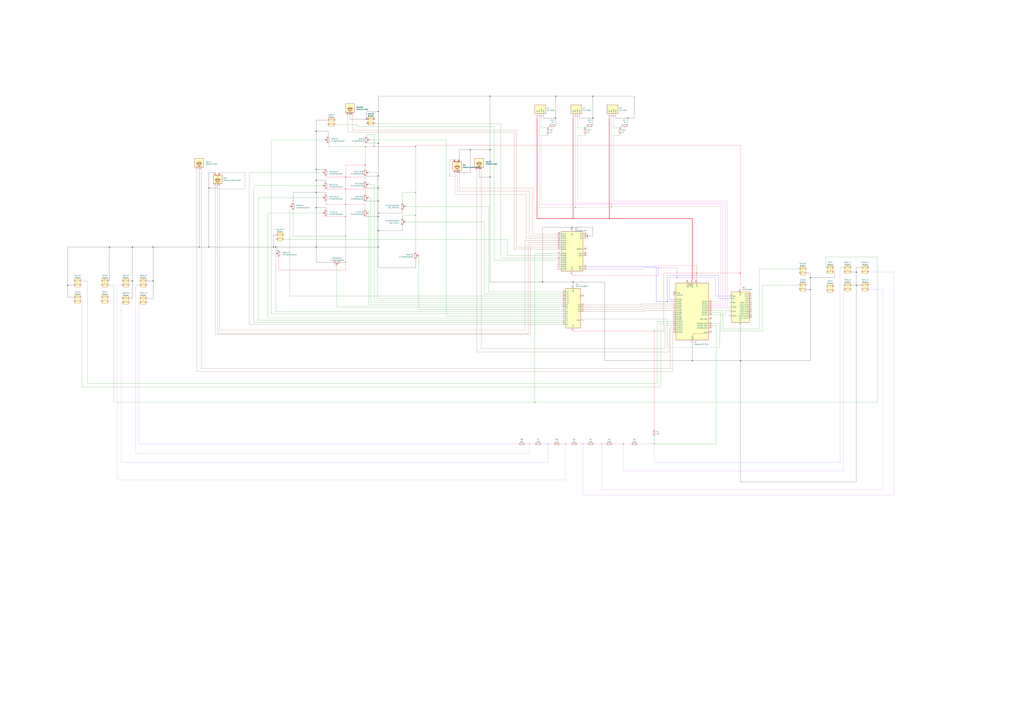
<source format=kicad_sch>
(kicad_sch (version 20250114) (generator "eeschema") (generator_version "9.0")
  (paper "A0")
  (lib_symbols
    (symbol "74xx:CD74HC4067M"
      (property "Reference" "U" (at -8.89 22.86 0))
      (property "Value" "CD74HC4067M" (at 1.27 22.86 0))
      (symbol "CD74HC4067M_1_1"
        (pin passive line (at -12.7 12.7 0) (length 3.81) (name "COM") (number "1"))
        (pin input line (at -12.7 2.54 0) (length 3.81) (name "S0") (number "10"))
        (pin input line (at -12.7 0 0) (length 3.81) (name "S1") (number "11"))
        (pin input line (at -12.7 -2.54 0) (length 3.81) (name "S2") (number "14"))
        (pin input line (at -12.7 -5.08 0) (length 3.81) (name "S3") (number "13"))
        (pin input line (at -12.7 -15.24 0) (length 3.81) (name "~{E}") (number "15"))
        (pin power_in line (at 0 25.4 270) (length 3.81) (name "VCC") (number "24"))
        (pin power_in line (at 0 -27.94 90) (length 3.81) (name "GND") (number "12"))
        (pin passive line (at 12.7 17.78 180) (length 3.81) (name "I0") (number "9"))
        (pin passive line (at 12.7 15.24 180) (length 3.81) (name "I1") (number "8"))
        (pin passive line (at 12.7 12.7 180) (length 3.81) (name "I2") (number "7"))
        (pin passive line (at 12.7 10.16 180) (length 3.81) (name "I3") (number "6"))
        (pin passive line (at 12.7 7.62 180) (length 3.81) (name "I4") (number "5"))
        (pin passive line (at 12.7 5.08 180) (length 3.81) (name "I5") (number "4"))
        (pin passive line (at 12.7 2.54 180) (length 3.81) (name "I6") (number "3"))
        (pin passive line (at 12.7 0 180) (length 3.81) (name "I7") (number "2"))
        (pin passive line (at 12.7 -2.54 180) (length 3.81) (name "I8") (number "23"))
        (pin passive line (at 12.7 -5.08 180) (length 3.81) (name "I9") (number "22"))
        (pin passive line (at 12.7 -7.62 180) (length 3.81) (name "I10") (number "21"))
        (pin passive line (at 12.7 -10.16 180) (length 3.81) (name "I11") (number "20"))
        (pin passive line (at 12.7 -12.7 180) (length 3.81) (name "I12") (number "19"))
        (pin passive line (at 12.7 -15.24 180) (length 3.81) (name "I13") (number "18"))
        (pin passive line (at 12.7 -17.78 180) (length 3.81) (name "I14") (number "17"))
        (pin passive line (at 12.7 -20.32 180) (length 3.81) (name "I15") (number "16"))
      )
    )
    (symbol "Device:R" (pin_numbers (hide yes)) (pin_names (offset 0))
      (property "Reference" "R" (at 2.032 0 90))
      (property "Value" "R" (at 0 0 90))
      (symbol "R_1_1"
        (pin passive line (at 0 3.81 270) (length 1.27) (name "~") (number "1"))
        (pin passive line (at 0 -3.81 90) (length 1.27) (name "~") (number "2"))
      )
    )
    (symbol "Device:R_Potentiometer" (pin_names (offset 1.016) (hide yes))
      (property "Reference" "RV" (at -4.445 0 90))
      (property "Value" "R_Potentiometer" (at -2.54 0 90))
      (symbol "R_Potentiometer_1_1"
        (pin passive line (at 0 3.81 270) (length 1.27) (name "1") (number "1"))
        (pin passive line (at 0 -3.81 90) (length 1.27) (name "3") (number "3"))
        (pin passive line (at 3.81 0 180) (length 1.27) (name "2") (number "2"))
      )
    )
    (symbol "Device:RotaryEncoder" (pin_names (offset 0.254) (hide yes))
      (property "Reference" "SW" (at 0 6.604 0))
      (property "Value" "RotaryEncoder" (at 0 -6.604 0))
      (symbol "RotaryEncoder_1_1"
        (pin passive line (at -7.62 2.54 0) (length 2.54) (name "A") (number "A"))
        (pin passive line (at -7.62 0 0) (length 2.54) (name "C") (number "C"))
        (pin passive line (at -7.62 -2.54 0) (length 2.54) (name "B") (number "B"))
      )
    )
    (symbol "Device:RotaryEncoder_Switch" (pin_names (offset 0.254) (hide yes))
      (property "Reference" "SW" (at 0 6.604 0))
      (property "Value" "RotaryEncoder_Switch" (at 0 -6.604 0))
      (symbol "RotaryEncoder_Switch_1_1"
        (pin passive line (at -7.62 2.54 0) (length 2.54) (name "A") (number "A"))
        (pin passive line (at -7.62 0 0) (length 2.54) (name "C") (number "C"))
        (pin passive line (at -7.62 -2.54 0) (length 2.54) (name "B") (number "B"))
        (pin passive line (at 7.62 2.54 180) (length 2.54) (name "S1") (number "S1"))
        (pin passive line (at 7.62 -2.54 180) (length 2.54) (name "S2") (number "S2"))
      )
    )
    (symbol "HC-SR04:HC-SR04" (pin_names (offset 1.016))
      (property "Reference" "U" (at 0 5.0813 0))
      (property "Value" "HC-SR04" (at 0 -10.163 0))
      (symbol "HC-SR04_0_0"
        (pin power_in line (at -5.08 2.54 0) (length 5.08) (name "VCC") (number "1"))
        (pin bidirectional line (at -5.08 0 0) (length 5.08) (name "TRIG") (number "2"))
        (pin bidirectional line (at -5.08 -2.54 0) (length 5.08) (name "ECHO") (number "3"))
        (pin power_in line (at -5.08 -5.08 0) (length 5.08) (name "GND") (number "4"))
      )
    )
    (symbol "Interface_Expansion:MCP23017_SS" (pin_names (offset 1.016))
      (property "Reference" "U" (at -11.43 24.13 0))
      (property "Value" "MCP23017_SS" (at 0 0 0))
      (symbol "MCP23017_SS_1_1"
        (pin bidirectional line (at -17.78 20.32 0) (length 5.08) (name "SDA") (number "13"))
        (pin input line (at -17.78 17.78 0) (length 5.08) (name "SCK") (number "12"))
        (pin tri_state line (at -17.78 5.08 0) (length 5.08) (name "INTB") (number "19"))
        (pin tri_state line (at -17.78 2.54 0) (length 5.08) (name "INTA") (number "20"))
        (pin input line (at -17.78 -2.54 0) (length 5.08) (name "~{RESET}") (number "18"))
        (pin input line (at -17.78 -15.24 0) (length 5.08) (name "A2") (number "17"))
        (pin input line (at -17.78 -17.78 0) (length 5.08) (name "A1") (number "16"))
        (pin input line (at -17.78 -20.32 0) (length 5.08) (name "A0") (number "15"))
        (pin no_connect line (at -12.7 15.24 0) (length 5.08) (hide yes) (name "NC") (number "11"))
        (pin no_connect line (at -12.7 12.7 0) (length 5.08) (hide yes) (name "NC") (number "14"))
        (pin power_in line (at 0 27.94 270) (length 5.08) (name "VDD") (number "9"))
        (pin power_in line (at 0 -27.94 90) (length 5.08) (name "VSS") (number "10"))
        (pin bidirectional line (at 17.78 20.32 180) (length 5.08) (name "GPB0") (number "1"))
        (pin bidirectional line (at 17.78 17.78 180) (length 5.08) (name "GPB1") (number "2"))
        (pin bidirectional line (at 17.78 15.24 180) (length 5.08) (name "GPB2") (number "3"))
        (pin bidirectional line (at 17.78 12.7 180) (length 5.08) (name "GPB3") (number "4"))
        (pin bidirectional line (at 17.78 10.16 180) (length 5.08) (name "GPB4") (number "5"))
        (pin bidirectional line (at 17.78 7.62 180) (length 5.08) (name "GPB5") (number "6"))
        (pin bidirectional line (at 17.78 5.08 180) (length 5.08) (name "GPB6") (number "7"))
        (pin output line (at 17.78 2.54 180) (length 5.08) (name "GPB7") (number "8"))
        (pin bidirectional line (at 17.78 -2.54 180) (length 5.08) (name "GPA0") (number "21"))
        (pin bidirectional line (at 17.78 -5.08 180) (length 5.08) (name "GPA1") (number "22"))
        (pin bidirectional line (at 17.78 -7.62 180) (length 5.08) (name "GPA2") (number "23"))
        (pin bidirectional line (at 17.78 -10.16 180) (length 5.08) (name "GPA3") (number "24"))
        (pin bidirectional line (at 17.78 -12.7 180) (length 5.08) (name "GPA4") (number "25"))
        (pin bidirectional line (at 17.78 -15.24 180) (length 5.08) (name "GPA5") (number "26"))
        (pin bidirectional line (at 17.78 -17.78 180) (length 5.08) (name "GPA6") (number "27"))
        (pin output line (at 17.78 -20.32 180) (length 5.08) (name "GPA7") (number "28"))
      )
    )
    (symbol "MCU_Module:RaspberryPi_Pico" (pin_names (offset 0.762))
      (property "Reference" "A" (at -19.05 35.56 0))
      (property "Value" "RaspberryPi_Pico" (at 7.62 35.56 0))
      (symbol "RaspberryPi_Pico_1_1"
        (pin passive line (at -22.86 22.86 0) (length 3.81) (name "RUN") (number "30"))
        (pin passive line (at -22.86 20.32 0) (length 3.81) (name "3V3_EN") (number "37"))
        (pin bidirectional line (at -22.86 15.24 0) (length 3.81) (name "GPIO0") (number "1"))
        (pin bidirectional line (at -22.86 12.7 0) (length 3.81) (name "GPIO1") (number "2"))
        (pin bidirectional line (at -22.86 10.16 0) (length 3.81) (name "GPIO2") (number "4"))
        (pin bidirectional line (at -22.86 7.62 0) (length 3.81) (name "GPIO3") (number "5"))
        (pin bidirectional line (at -22.86 5.08 0) (length 3.81) (name "GPIO4") (number "6"))
        (pin bidirectional line (at -22.86 2.54 0) (length 3.81) (name "GPIO5") (number "7"))
        (pin bidirectional line (at -22.86 0 0) (length 3.81) (name "GPIO6") (number "9"))
        (pin bidirectional line (at -22.86 -2.54 0) (length 3.81) (name "GPIO7") (number "10"))
        (pin bidirectional line (at -22.86 -5.08 0) (length 3.81) (name "GPIO8") (number "11"))
        (pin bidirectional line (at -22.86 -7.62 0) (length 3.81) (name "GPIO9") (number "12"))
        (pin bidirectional line (at -22.86 -10.16 0) (length 3.81) (name "GPIO10") (number "14"))
        (pin bidirectional line (at -22.86 -12.7 0) (length 3.81) (name "GPIO11") (number "15"))
        (pin bidirectional line (at -22.86 -15.24 0) (length 3.81) (name "GPIO12") (number "16"))
        (pin bidirectional line (at -22.86 -17.78 0) (length 3.81) (name "GPIO13") (number "17"))
        (pin bidirectional line (at -22.86 -20.32 0) (length 3.81) (name "GPIO14") (number "19"))
        (pin bidirectional line (at -22.86 -22.86 0) (length 3.81) (name "GPIO15") (number "20"))
        (pin power_in line (at -5.08 38.1 270) (length 3.81) (name "VSYS") (number "39"))
        (pin power_out line (at 0 38.1 270) (length 3.81) (name "VBUS") (number "40"))
        (pin passive line (at 0 -35.56 90) (length 3.81) (hide yes) (name "GND") (number "13"))
        (pin passive line (at 0 -35.56 90) (length 3.81) (hide yes) (name "GND") (number "18"))
        (pin passive line (at 0 -35.56 90) (length 3.81) (hide yes) (name "GND") (number "23"))
        (pin passive line (at 0 -35.56 90) (length 3.81) (hide yes) (name "GND") (number "28"))
        (pin power_out line (at 0 -35.56 90) (length 3.81) (name "GND") (number "3"))
        (pin passive line (at 0 -35.56 90) (length 3.81) (hide yes) (name "GND") (number "38"))
        (pin passive line (at 0 -35.56 90) (length 3.81) (hide yes) (name "GND") (number "8"))
        (pin power_out line (at 5.08 38.1 270) (length 3.81) (name "3V3") (number "36"))
        (pin bidirectional line (at 22.86 12.7 180) (length 3.81) (name "GPIO16") (number "21"))
        (pin bidirectional line (at 22.86 10.16 180) (length 3.81) (name "GPIO17") (number "22"))
        (pin bidirectional line (at 22.86 7.62 180) (length 3.81) (name "GPIO18") (number "24"))
        (pin bidirectional line (at 22.86 5.08 180) (length 3.81) (name "GPIO19") (number "25"))
        (pin bidirectional line (at 22.86 2.54 180) (length 3.81) (name "GPIO20") (number "26"))
        (pin bidirectional line (at 22.86 0 180) (length 3.81) (name "GPIO21") (number "27"))
        (pin bidirectional line (at 22.86 -2.54 180) (length 3.81) (name "GPIO22") (number "29"))
        (pin power_in line (at 22.86 -7.62 180) (length 3.81) (name "ADC_VREF") (number "35"))
        (pin bidirectional line (at 22.86 -12.7 180) (length 3.81) (name "GPIO26_ADC0") (number "31"))
        (pin bidirectional line (at 22.86 -15.24 180) (length 3.81) (name "GPIO27_ADC1") (number "32"))
        (pin bidirectional line (at 22.86 -17.78 180) (length 3.81) (name "GPIO28_ADC2") (number "34"))
        (pin power_out line (at 22.86 -22.86 180) (length 3.81) (name "AGND") (number "33"))
      )
    )
    (symbol "Sensor_Touch:MPR121QR2"
      (property "Reference" "U" (at -10.16 19.05 0))
      (property "Value" "MPR121QR2" (at 6.35 19.05 0))
      (symbol "MPR121QR2_1_1"
        (pin bidirectional line (at -12.7 12.7 0) (length 2.54) (name "SDA") (number "3"))
        (pin input line (at -12.7 10.16 0) (length 2.54) (name "SCL") (number "2"))
        (pin open_collector line (at -12.7 5.08 0) (length 2.54) (name "~{IRQ}") (number "1"))
        (pin input line (at -12.7 0 0) (length 2.54) (name "ADDR") (number "4"))
        (pin passive line (at -12.7 -5.08 0) (length 2.54) (name "REXT") (number "7"))
        (pin passive line (at -12.7 -10.16 0) (length 2.54) (name "VREG") (number "5"))
        (pin power_in line (at 0 20.32 270) (length 2.54) (name "VDD") (number "20"))
        (pin power_in line (at 0 -20.32 90) (length 2.54) (name "VSS") (number "6"))
        (pin passive line (at 12.7 15.24 180) (length 2.54) (name "ELE0") (number "8"))
        (pin passive line (at 12.7 12.7 180) (length 2.54) (name "ELE1") (number "9"))
        (pin passive line (at 12.7 10.16 180) (length 2.54) (name "ELE2") (number "10"))
        (pin passive line (at 12.7 7.62 180) (length 2.54) (name "ELE3") (number "11"))
        (pin passive line (at 12.7 5.08 180) (length 2.54) (name "LED0/ELE4") (number "12"))
        (pin passive line (at 12.7 2.54 180) (length 2.54) (name "LED1/ELE5") (number "13"))
        (pin passive line (at 12.7 0 180) (length 2.54) (name "LED2/ELE6") (number "14"))
        (pin passive line (at 12.7 -2.54 180) (length 2.54) (name "LED3/ELE7") (number "15"))
        (pin passive line (at 12.7 -5.08 180) (length 2.54) (name "LED4/ELE8") (number "16"))
        (pin passive line (at 12.7 -7.62 180) (length 2.54) (name "LED5/ELE9") (number "17"))
        (pin passive line (at 12.7 -10.16 180) (length 2.54) (name "LED6/ELE10") (number "18"))
        (pin passive line (at 12.7 -12.7 180) (length 2.54) (name "LED7/ELE11") (number "19"))
      )
    )
    (symbol "Switch:SW_Push_Dual" (pin_names (offset 1.016) (hide yes))
      (property "Reference" "SW" (at 0 7.62 0))
      (property "Value" "SW_Push_Dual" (at 0 -6.35 0))
      (symbol "SW_Push_Dual_0_1"
        (pin passive line (at -5.08 2.54 0) (length 2.54) (name "1") (number "1"))
        (pin passive line (at -5.08 -2.54 0) (length 2.54) (name "3") (number "3"))
        (pin passive line (at 5.08 2.54 180) (length 2.54) (name "2") (number "2"))
        (pin passive line (at 5.08 -2.54 180) (length 2.54) (name "4") (number "4"))
      )
    )
  )
  (junction (at 774.7 350.52))
  (junction (at 482.6 223.52))
  (junction (at 629.92 327.66) (color 0 0 0 1))
  (junction (at 401.32 251.46) (color 255 0 25 1))
  (junction (at 698.5 515.62) (color 190 91 255 1))
  (junction (at 367.03 209.55) (color 0 0 0 1))
  (junction (at 482.6 250.19))
  (junction (at 231.14 287.02) (color 0 0 0 1))
  (junction (at 941.07 322.58) (color 0 0 0 1))
  (junction (at 759.46 515.62))
  (junction (at 439.42 287.02) (color 0 0 0 1))
  (junction (at 665.48 254) (color 255 15 30 1))
  (junction (at 859.79 419.1) (color 0 0 0 1))
  (junction (at 645.16 137.16) (color 0 0 0 1))
  (junction (at 614.68 515.62) (color 190 91 255 1))
  (junction (at 127 287.02) (color 0 0 0 1))
  (junction (at 439.42 267.97) (color 0 0 0 1))
  (junction (at 709.93 240.03))
  (junction (at 425.45 138.43) (color 0 0 0 1))
  (junction (at 664.21 264.16) (color 0 0 0 1))
  (junction (at 723.9 515.62))
  (junction (at 401.32 237.49) (color 255 0 25 1))
  (junction (at 621.03 467.36))
  (junction (at 568.96 173.99) (color 0 0 0 1))
  (junction (at 568.96 111.76) (color 0 0 0 1))
  (junction (at 546.1 173.99) (color 0 0 0 1))
  (junction (at 367.03 287.02) (color 0 0 0 1))
  (junction (at 439.42 129.54) (color 0 0 0 1))
  (junction (at 153.67 287.02) (color 0 0 0 1))
  (junction (at 367.03 223.52) (color 0 0 0 1))
  (junction (at 859.79 317.5) (color 255 0 25 1))
  (junction (at 424.18 191.77) (color 255 0 25 1))
  (junction (at 439.42 247.65) (color 0 0 0 1))
  (junction (at 720.09 148.59))
  (junction (at 439.42 218.44) (color 0 0 0 1))
  (junction (at 994.41 331.47) (color 0 0 0 1))
  (junction (at 681.99 274.32) (color 0 0 0 1))
  (junction (at 177.8 326.39) (color 0 0 0 1))
  (junction (at 759.46 384.81))
  (junction (at 242.57 218.44) (color 0 0 0 1))
  (junction (at 367.03 152.4) (color 0 0 0 1))
  (junction (at 688.34 111.76) (color 0 0 0 1))
  (junction (at 367.03 196.85) (color 0 0 0 1))
  (junction (at 676.91 515.62) (color 190 91 255 1))
  (junction (at 636.27 148.59))
  (junction (at 707.39 254) (color 255 15 30 1))
  (junction (at 439.42 251.46) (color 0 0 0 1))
  (junction (at 665.48 327.66) (color 0 0 0 1))
  (junction (at 177.8 287.02) (color 0 0 0 1))
  (junction (at 439.42 233.68) (color 0 0 0 1))
  (junction (at 728.98 137.16) (color 0 0 0 1))
  (junction (at 688.34 137.16) (color 0 0 0 1))
  (junction (at 424.18 170.18))
  (junction (at 320.04 287.02) (color 0 0 0 1))
  (junction (at 568.96 205.74) (color 0 0 0 1))
  (junction (at 679.45 148.59))
  (junction (at 941.07 336.55) (color 0 0 0 1))
  (junction (at 668.02 241.3))
  (junction (at 153.67 326.39) (color 0 0 0 1))
  (junction (at 994.41 316.23) (color 0 0 0 1))
  (junction (at 786.13 322.58))
  (junction (at 439.42 204.47) (color 0 0 0 1))
  (junction (at 656.59 515.62) (color 190 91 255 1))
  (junction (at 401.32 274.32))
  (junction (at 242.57 287.02) (color 0 0 0 1))
  (junction (at 808.99 317.5) (color 255 0 25 1))
  (junction (at 482.6 170.18))
  (junction (at 78.74 331.47) (color 0 0 0 1))
  (junction (at 434.34 170.18))
  (junction (at 645.16 111.76) (color 0 0 0 1))
  (junction (at 439.42 166.37) (color 0 0 0 1))
  (junction (at 367.03 241.3) (color 0 0 0 1))
  (junction (at 401.32 219.71) (color 255 0 25 1))
  (junction (at 401.32 304.8))
  (junction (at 803.91 419.1) (color 0 0 0 1))
  (junction (at 636.27 515.62) (color 190 91 255 1))
  (junction (at 401.32 205.74) (color 255 0 25 1))
  (junction (at 317.5 287.02) (color 0 0 0 1))
  (wire (pts (xy 242.57 218.44) (xy 242.57 287.02)) (stroke (width 0) (color 0 0 0 1)))
  (wire (pts (xy 439.42 251.46) (xy 439.42 267.97)) (stroke (width 0) (color 0 0 0 1)))
  (wire (pts (xy 250.19 200.66) (xy 242.57 200.66)) (stroke (width 0) (color 0 0 0 1)))
  (wire (pts (xy 636.27 515.62) (xy 642.62 515.62)) (stroke (width 0) (color 190 91 255 1)))
  (wire (pts (xy 636.27 156.21) (xy 636.27 157.48)))
  (wire (pts (xy 127 287.02) (xy 153.67 287.02)) (stroke (width 0) (color 0 0 0 1)))
  (wire (pts (xy 808.99 317.5) (xy 808.99 325.12)) (stroke (width 0) (color 255 0 25 1)))
  (wire (pts (xy 831.85 378.46) (xy 831.85 515.62)))
  (wire (pts (xy 763.27 373.38) (xy 781.05 373.38)))
  (wire (pts (xy 830.58 344.17) (xy 830.58 322.58)) (stroke (width 0) (color 170 12 255 1)))
  (wire (pts (xy 839.47 382.27) (xy 839.47 360.68)))
  (wire (pts (xy 434.34 170.18) (xy 482.6 170.18)) (stroke (width 0) (color 255 0 25 1)))
  (wire (pts (xy 553.72 408.94) (xy 553.72 196.85)) (stroke (width 0) (color 122 64 42 1)))
  (wire (pts (xy 374.65 247.65) (xy 311.15 247.65)))
  (wire (pts (xy 252.73 218.44) (xy 242.57 218.44)) (stroke (width 0) (color 0 0 0 1)))
  (wire (pts (xy 381 166.37) (xy 381 170.18)))
  (wire (pts (xy 425.45 166.37) (xy 439.42 166.37)) (stroke (width 0) (color 0 0 0 1)))
  (wire (pts (xy 709.93 240.03) (xy 709.93 241.3)) (stroke (width 0) (color 180 125 100 1)))
  (wire (pts (xy 723.9 547.37) (xy 979.17 547.37)) (stroke (width 0) (color 190 91 255 1)))
  (wire (pts (xy 826.77 358.14) (xy 844.55 358.14)) (stroke (width 0) (color 255 25 238 1)))
  (wire (pts (xy 521.97 204.47) (xy 521.97 185.42)) (stroke (width 0) (color 153 65 59 1)))
  (wire (pts (xy 401.32 313.69) (xy 401.32 304.8)) (stroke (width 0) (color 255 0 25 1)))
  (wire (pts (xy 294.64 215.9) (xy 294.64 374.65)))
  (wire (pts (xy 847.09 356.87) (xy 847.09 360.68)))
  (wire (pts (xy 723.9 515.62) (xy 723.9 547.37)) (stroke (width 0) (color 190 91 255 1)))
  (wire (pts (xy 242.57 287.02) (xy 317.5 287.02)) (stroke (width 0) (color 0 0 0 1)))
  (wire (pts (xy 378.46 196.85) (xy 367.03 196.85)) (stroke (width 0) (color 0 0 0 1)))
  (wire (pts (xy 252.73 219.71) (xy 284.48 219.71)) (stroke (width 0) (color 130 61 43 1)))
  (wire (pts (xy 425.45 156.21) (xy 434.34 156.21)))
  (wire (pts (xy 636.27 157.48) (xy 628.65 157.48)))
  (wire (pts (xy 518.16 162.56) (xy 518.16 367.03)))
  (wire (pts (xy 367.03 139.7) (xy 367.03 152.4)) (stroke (width 0) (color 0 0 0 1)))
  (wire (pts (xy 171.45 326.39) (xy 177.8 326.39)) (stroke (width 0) (color 0 0 0 1)))
  (wire (pts (xy 533.4 200.66) (xy 533.4 218.44)) (stroke (width 0) (color 162 72 54 1)))
  (wire (pts (xy 676.91 515.62) (xy 681.99 515.62)) (stroke (width 0) (color 190 91 255 1)))
  (wire (pts (xy 720.09 156.21) (xy 720.09 157.48)))
  (wire (pts (xy 424.18 170.18) (xy 424.18 191.77)) (stroke (width 0) (color 255 0 25 1)))
  (wire (pts (xy 721.36 146.05) (xy 721.36 148.59)))
  (wire (pts (xy 424.18 233.68) (xy 439.42 233.68)) (stroke (width 0) (color 0 0 0 1)))
  (wire (pts (xy 994.41 331.47) (xy 994.41 560.07)) (stroke (width 0) (color 0 0 0 1)))
  (wire (pts (xy 613.41 387.35) (xy 252.73 387.35)) (stroke (width 0) (color 130 61 43 1)))
  (wire (pts (xy 665.48 137.16) (xy 665.48 254)) (stroke (width 0.5) (color 255 15 30 1)))
  (wire (pts (xy 294.64 374.65) (xy 652.78 374.65)))
  (wire (pts (xy 574.04 147.32) (xy 574.04 302.26)))
  (wire (pts (xy 340.36 236.22) (xy 340.36 223.52)) (stroke (width 0) (color 0 0 0 1)))
  (wire (pts (xy 762 309.88) (xy 762 350.52)) (stroke (width 0) (color 2 0 255 1)))
  (wire (pts (xy 391.16 308.61) (xy 391.16 356.87)))
  (wire (pts (xy 688.34 137.16) (xy 688.34 146.05)) (stroke (width 0) (color 0 0 0 1)))
  (wire (pts (xy 439.42 111.76) (xy 439.42 129.54)) (stroke (width 0) (color 0 0 0 1)))
  (wire (pts (xy 467.36 261.62) (xy 467.36 267.97)) (stroke (width 0) (color 0 0 0 1)))
  (wire (pts (xy 712.47 233.68) (xy 712.47 157.48)) (stroke (width 0) (color 255 25 238 1)))
  (wire (pts (xy 408.94 151.13) (xy 599.44 151.13)) (stroke (width 0) (color 145 68 26 1)))
  (wire (pts (xy 101.6 445.77) (xy 763.27 445.77)))
  (wire (pts (xy 439.42 166.37) (xy 439.42 204.47)) (stroke (width 0) (color 0 0 0 1)))
  (wire (pts (xy 777.24 381) (xy 781.05 381)) (stroke (width 0) (color 122 64 42 1)))
  (wire (pts (xy 424.18 237.49) (xy 424.18 243.84)) (stroke (width 0) (color 255 0 25 1)))
  (wire (pts (xy 467.36 254) (xy 467.36 250.19)))
  (wire (pts (xy 610.87 276.86) (xy 646.43 276.86)) (stroke (width 0) (color 153 65 59 1)))
  (wire (pts (xy 424.18 226.06) (xy 424.18 219.71)) (stroke (width 0) (color 255 0 25 1)))
  (wire (pts (xy 231.14 196.85) (xy 231.14 287.02)) (stroke (width 0) (color 0 0 0 1)))
  (wire (pts (xy 439.42 129.54) (xy 439.42 166.37)) (stroke (width 0) (color 0 0 0 1)))
  (wire (pts (xy 629.92 264.16) (xy 629.92 327.66)) (stroke (width 0) (color 0 0 0 1)))
  (wire (pts (xy 645.16 111.76) (xy 645.16 137.16)) (stroke (width 0) (color 0 0 0 1)))
  (wire (pts (xy 377.19 162.56) (xy 314.96 162.56)))
  (wire (pts (xy 664.21 264.16) (xy 688.34 264.16)) (stroke (width 0) (color 0 0 0 1)))
  (wire (pts (xy 161.29 331.47) (xy 157.48 331.47)) (stroke (width 0) (color 190 91 255 1)))
  (wire (pts (xy 941.07 336.55) (xy 941.07 419.1)) (stroke (width 0) (color 0 0 0 1)))
  (wire (pts (xy 759.46 506.73) (xy 759.46 515.62)))
  (wire (pts (xy 759.46 384.81) (xy 770.89 384.81)) (stroke (width 0) (color 255 0 25 1)))
  (wire (pts (xy 746.76 312.42) (xy 681.99 312.42)) (stroke (width 0) (color 170 12 255 1)))
  (wire (pts (xy 467.36 243.84) (xy 467.36 247.65)) (stroke (width 0) (color 0 0 0 1)))
  (wire (pts (xy 609.6 383.54) (xy 609.6 279.4)) (stroke (width 0) (color 130 61 43 1)))
  (wire (pts (xy 378.46 212.09) (xy 378.46 209.55)) (stroke (width 0) (color 0 0 0 1)))
  (wire (pts (xy 439.42 247.65) (xy 439.42 251.46)) (stroke (width 0) (color 0 0 0 1)))
  (wire (pts (xy 568.96 111.76) (xy 645.16 111.76)) (stroke (width 0) (color 0 0 0 1)))
  (wire (pts (xy 471.17 240.03) (xy 567.69 240.03)))
  (wire (pts (xy 157.48 527.05) (xy 614.68 527.05)) (stroke (width 0) (color 190 91 255 1)))
  (wire (pts (xy 132.08 331.47) (xy 127 331.47)))
  (wire (pts (xy 439.42 311.15) (xy 482.6 311.15)) (stroke (width 0) (color 0 0 0 1)))
  (wire (pts (xy 574.04 302.26) (xy 646.43 302.26)))
  (wire (pts (xy 415.29 144.78) (xy 415.29 147.32)))
  (wire (pts (xy 250.19 215.9) (xy 250.19 388.62)) (stroke (width 0) (color 130 61 43 1)))
  (wire (pts (xy 401.32 219.71) (xy 401.32 237.49)) (stroke (width 0) (color 255 0 25 1)))
  (wire (pts (xy 665.48 327.66) (xy 629.92 327.66)) (stroke (width 0) (color 0 0 0 1)))
  (wire (pts (xy 989.33 331.47) (xy 994.41 331.47)) (stroke (width 0) (color 0 0 0 1)))
  (wire (pts (xy 774.7 320.04) (xy 774.7 350.52)) (stroke (width 0) (color 2 0 255 1)))
  (wire (pts (xy 568.96 111.76) (xy 568.96 173.99)) (stroke (width 0) (color 0 0 0 1)))
  (wire (pts (xy 378.46 237.49) (xy 401.32 237.49)) (stroke (width 0) (color 255 0 25 1)))
  (wire (pts (xy 834.39 320.04) (xy 774.7 320.04)) (stroke (width 0) (color 2 0 255 1)))
  (wire (pts (xy 767.08 449.58) (xy 95.25 449.58)))
  (wire (pts (xy 378.46 209.55) (xy 367.03 209.55)) (stroke (width 0) (color 0 0 0 1)))
  (wire (pts (xy 1037.59 575.31) (xy 676.91 575.31)) (stroke (width 0) (color 190 91 255 1)))
  (wire (pts (xy 665.48 331.47) (xy 665.48 327.66)) (stroke (width 0) (color 0 0 0 1)))
  (wire (pts (xy 689.61 515.62) (xy 698.5 515.62)) (stroke (width 0) (color 190 91 255 1)))
  (wire (pts (xy 680.72 146.05) (xy 680.72 148.59)))
  (wire (pts (xy 568.96 327.66) (xy 629.92 327.66)) (stroke (width 0) (color 0 0 0 1)))
  (wire (pts (xy 665.48 384.81) (xy 759.46 384.81)) (stroke (width 0) (color 255 0 25 1)))
  (wire (pts (xy 482.6 168.91) (xy 859.79 168.91)) (stroke (width 0) (color 255 0 25 1)))
  (wire (pts (xy 289.56 377.19) (xy 652.78 377.19)))
  (wire (pts (xy 425.45 129.54) (xy 439.42 129.54)) (stroke (width 0) (color 0 0 0 1)))
  (wire (pts (xy 546.1 173.99) (xy 568.96 173.99)) (stroke (width 0) (color 0 0 0 1)))
  (wire (pts (xy 135.89 331.47) (xy 140.97 331.47)) (stroke (width 0) (color 190 91 255 1)))
  (wire (pts (xy 424.18 219.71) (xy 401.32 219.71)) (stroke (width 0) (color 255 0 25 1)))
  (wire (pts (xy 842.01 360.68) (xy 842.01 365.76)))
  (wire (pts (xy 614.68 515.62) (xy 621.03 515.62)) (stroke (width 0) (color 190 91 255 1)))
  (wire (pts (xy 698.5 515.62) (xy 698.5 568.96)) (stroke (width 0) (color 190 91 255 1)))
  (wire (pts (xy 614.68 222.25) (xy 614.68 274.32)) (stroke (width 0) (color 153 65 59 1)))
  (wire (pts (xy 467.36 250.19) (xy 482.6 250.19)))
  (wire (pts (xy 1018.54 298.45) (xy 1018.54 467.36)))
  (wire (pts (xy 528.32 200.66) (xy 528.32 226.06)) (stroke (width 0) (color 153 65 59 1)))
  (wire (pts (xy 681.99 271.78) (xy 681.99 274.32)) (stroke (width 0) (color 0 0 0 1)))
  (wire (pts (xy 401.32 251.46) (xy 401.32 274.32)) (stroke (width 0) (color 255 0 25 1)))
  (wire (pts (xy 401.32 191.77) (xy 424.18 191.77)) (stroke (width 0) (color 255 0 25 1)))
  (wire (pts (xy 646.43 294.64) (xy 621.03 294.64)))
  (wire (pts (xy 374.65 215.9) (xy 294.64 215.9)))
  (wire (pts (xy 748.03 360.68) (xy 748.03 361.95)) (stroke (width 0) (color 140 70 28 1)))
  (wire (pts (xy 764.54 320.04) (xy 764.54 308.61)) (stroke (width 0) (color 255 0 25 1)))
  (wire (pts (xy 242.57 200.66) (xy 242.57 218.44)) (stroke (width 0) (color 0 0 0 1)))
  (wire (pts (xy 340.36 243.84) (xy 340.36 274.32)))
  (wire (pts (xy 530.86 204.47) (xy 530.86 222.25)) (stroke (width 0) (color 153 65 59 1)))
  (wire (pts (xy 709.93 240.03) (xy 836.93 240.03)) (stroke (width 0) (color 180 125 100 1)))
  (wire (pts (xy 314.96 364.49) (xy 652.78 364.49)))
  (wire (pts (xy 989.33 316.23) (xy 994.41 316.23)) (stroke (width 0) (color 0 0 0 1)))
  (wire (pts (xy 553.72 408.94) (xy 777.24 408.94)) (stroke (width 0) (color 122 64 42 1)))
  (wire (pts (xy 228.6 431.8) (xy 228.6 196.85)) (stroke (width 0) (color 122 64 42 1)))
  (wire (pts (xy 389.89 144.78) (xy 415.29 144.78)))
  (wire (pts (xy 401.32 274.32) (xy 401.32 304.8)) (stroke (width 0) (color 255 0 25 1)))
  (wire (pts (xy 740.41 515.62) (xy 759.46 515.62)) (stroke (width 0) (color 190 91 255 1)))
  (wire (pts (xy 439.42 111.76) (xy 568.96 111.76)) (stroke (width 0) (color 0 0 0 1)))
  (wire (pts (xy 628.65 148.59) (xy 636.27 148.59)))
  (wire (pts (xy 546.1 200.66) (xy 546.1 173.99)) (stroke (width 0) (color 0 0 0 1)))
  (wire (pts (xy 439.42 267.97) (xy 439.42 287.02)) (stroke (width 0) (color 0 0 0 1)))
  (wire (pts (xy 772.16 378.46) (xy 781.05 378.46)) (stroke (width 0) (color 122 64 42 1)))
  (wire (pts (xy 171.45 346.71) (xy 177.8 346.71)) (stroke (width 0) (color 0 0 0 1)))
  (wire (pts (xy 424.18 237.49) (xy 401.32 237.49)) (stroke (width 0) (color 255 0 25 1)))
  (wire (pts (xy 367.03 209.55) (xy 367.03 223.52)) (stroke (width 0) (color 0 0 0 1)))
  (wire (pts (xy 528.32 226.06) (xy 610.87 226.06)) (stroke (width 0) (color 153 65 59 1)))
  (wire (pts (xy 427.99 229.87) (xy 430.53 229.87)))
  (wire (pts (xy 777.24 322.58) (xy 777.24 347.98)) (stroke (width 0) (color 170 12 255 1)))
  (wire (pts (xy 808.99 317.5) (xy 770.89 317.5)) (stroke (width 0) (color 255 0 25 1)))
  (wire (pts (xy 231.14 287.02) (xy 242.57 287.02)) (stroke (width 0) (color 0 0 0 1)))
  (wire (pts (xy 613.41 281.94) (xy 613.41 387.35)) (stroke (width 0) (color 130 61 43 1)))
  (wire (pts (xy 744.22 353.06) (xy 781.05 353.06)) (stroke (width 0) (color 140 70 28 1)))
  (wire (pts (xy 835.66 375.92) (xy 826.77 375.92)) (stroke (width 0) (color 64 133 47 1)))
  (wire (pts (xy 330.2 278.13) (xy 589.28 278.13)))
  (wire (pts (xy 434.34 214.63) (xy 434.34 349.25)))
  (wire (pts (xy 621.03 294.64) (xy 621.03 467.36)))
  (wire (pts (xy 681.99 309.88) (xy 762 309.88)) (stroke (width 0) (color 2 0 255 1)))
  (wire (pts (xy 774.7 403.86) (xy 835.66 403.86)) (stroke (width 0) (color 64 133 47 1)))
  (wire (pts (xy 367.03 241.3) (xy 367.03 287.02)) (stroke (width 0) (color 0 0 0 1)))
  (wire (pts (xy 736.6 137.16) (xy 736.6 111.76)) (stroke (width 0) (color 0 0 0 1)))
  (wire (pts (xy 803.91 254) (xy 803.91 325.12)) (stroke (width 0.5) (color 255 15 30 1)))
  (wire (pts (xy 482.6 170.18) (xy 482.6 223.52)) (stroke (width 0) (color 255 0 25 1)))
  (wire (pts (xy 688.34 111.76) (xy 688.34 137.16)) (stroke (width 0) (color 0 0 0 1)))
  (wire (pts (xy 711.2 515.62) (xy 723.9 515.62)) (stroke (width 0) (color 190 91 255 1)))
  (wire (pts (xy 885.19 331.47) (xy 927.1 331.47)))
  (wire (pts (xy 744.22 353.06) (xy 744.22 354.33)) (stroke (width 0) (color 140 70 28 1)))
  (wire (pts (xy 637.54 148.59) (xy 636.27 148.59)))
  (wire (pts (xy 85.09 345.44) (xy 78.74 345.44)) (stroke (width 0) (color 0 0 0 1)))
  (wire (pts (xy 759.46 537.21) (xy 975.36 537.21)) (stroke (width 0) (color 190 91 255 1)))
  (wire (pts (xy 745.49 355.6) (xy 745.49 356.87)) (stroke (width 0) (color 140 70 28 1)))
  (wire (pts (xy 379.73 139.7) (xy 367.03 139.7)) (stroke (width 0) (color 0 0 0 1)))
  (wire (pts (xy 320.04 287.02) (xy 320.04 290.83)) (stroke (width 0) (color 0 0 0 1)))
  (wire (pts (xy 618.49 218.44) (xy 618.49 271.78)) (stroke (width 0) (color 162 72 54 1)))
  (wire (pts (xy 467.36 236.22) (xy 467.36 223.52)))
  (wire (pts (xy 826.77 363.22) (xy 836.93 363.22)))
  (wire (pts (xy 668.02 137.16) (xy 668.02 241.3)) (stroke (width 0) (color 180 125 100 1)))
  (wire (pts (xy 401.32 191.77) (xy 401.32 205.74)) (stroke (width 0) (color 255 0 25 1)))
  (wire (pts (xy 467.36 223.52) (xy 482.6 223.52)))
  (wire (pts (xy 707.39 254) (xy 803.91 254)) (stroke (width 0.5) (color 255 15 30 1)))
  (wire (pts (xy 786.13 322.58) (xy 777.24 322.58)) (stroke (width 0) (color 170 12 255 1)))
  (wire (pts (xy 847.09 346.71) (xy 834.39 346.71)) (stroke (width 0) (color 2 0 255 1)))
  (wire (pts (xy 151.13 346.71) (xy 153.67 346.71)) (stroke (width 0) (color 0 0 0 1)))
  (wire (pts (xy 941.07 317.5) (xy 941.07 322.58)) (stroke (width 0) (color 0 0 0 1)))
  (wire (pts (xy 415.29 147.32) (xy 574.04 147.32)))
  (wire (pts (xy 763.27 373.38) (xy 763.27 445.77)))
  (wire (pts (xy 378.46 226.06) (xy 378.46 223.52)) (stroke (width 0) (color 0 0 0 1)))
  (wire (pts (xy 101.6 326.39) (xy 101.6 445.77)))
  (wire (pts (xy 994.41 311.15) (xy 994.41 316.23)) (stroke (width 0) (color 0 0 0 1)))
  (wire (pts (xy 378.46 219.71) (xy 401.32 219.71)) (stroke (width 0) (color 255 0 25 1)))
  (wire (pts (xy 621.03 467.36) (xy 132.08 467.36)))
  (wire (pts (xy 609.6 279.4) (xy 646.43 279.4)) (stroke (width 0) (color 130 61 43 1)))
  (wire (pts (xy 435.61 143.51) (xy 581.66 143.51)))
  (wire (pts (xy 381 170.18) (xy 424.18 170.18)))
  (wire (pts (xy 885.19 384.81) (xy 885.19 331.47)))
  (wire (pts (xy 745.49 355.6) (xy 781.05 355.6)) (stroke (width 0) (color 140 70 28 1)))
  (wire (pts (xy 434.34 349.25) (xy 652.78 349.25)))
  (wire (pts (xy 1024.89 568.96) (xy 1024.89 336.55)) (stroke (width 0) (color 190 91 255 1)))
  (wire (pts (xy 482.6 300.99) (xy 482.6 311.15)) (stroke (width 0) (color 0 0 0 1)))
  (wire (pts (xy 367.03 223.52) (xy 367.03 241.3)) (stroke (width 0) (color 0 0 0 1)))
  (wire (pts (xy 378.46 237.49) (xy 378.46 233.68)) (stroke (width 0) (color 255 0 25 1)))
  (wire (pts (xy 628.65 137.16) (xy 628.65 148.59)) (stroke (width 0) (color 255 25 238 1)))
  (wire (pts (xy 424.18 210.82) (xy 424.18 205.74)) (stroke (width 0) (color 255 0 25 1)))
  (wire (pts (xy 320.04 294.64) (xy 320.04 361.95)))
  (wire (pts (xy 626.11 241.3) (xy 668.02 241.3)) (stroke (width 0) (color 180 125 100 1)))
  (wire (pts (xy 958.85 311.15) (xy 958.85 298.45)))
  (wire (pts (xy 859.79 336.55) (xy 859.79 317.5)) (stroke (width 0) (color 255 0 25 1)))
  (wire (pts (xy 401.32 205.74) (xy 401.32 219.71)) (stroke (width 0) (color 255 0 25 1)))
  (wire (pts (xy 250.19 388.62) (xy 615.95 388.62)) (stroke (width 0) (color 130 61 43 1)))
  (wire (pts (xy 670.56 157.48) (xy 670.56 236.22)) (stroke (width 0) (color 255 25 238 1)))
  (wire (pts (xy 439.42 218.44) (xy 439.42 204.47)) (stroke (width 0) (color 0 0 0 1)))
  (wire (pts (xy 746.76 358.14) (xy 781.05 358.14)) (stroke (width 0) (color 140 70 28 1)))
  (wire (pts (xy 680.72 148.59) (xy 679.45 148.59)))
  (wire (pts (xy 645.16 111.76) (xy 688.34 111.76)) (stroke (width 0) (color 0 0 0 1)))
  (wire (pts (xy 567.69 339.09) (xy 652.78 339.09)))
  (wire (pts (xy 336.55 344.17) (xy 652.78 344.17)))
  (wire (pts (xy 615.95 284.48) (xy 646.43 284.48)) (stroke (width 0) (color 130 61 43 1)))
  (wire (pts (xy 712.47 148.59) (xy 712.47 137.16)) (stroke (width 0) (color 255 25 238 1)))
  (wire (pts (xy 721.36 148.59) (xy 720.09 148.59)))
  (wire (pts (xy 132.08 467.36) (xy 132.08 331.47)))
  (wire (pts (xy 937.26 317.5) (xy 941.07 317.5)) (stroke (width 0) (color 0 0 0 1)))
  (wire (pts (xy 556.26 205.74) (xy 568.96 205.74)) (stroke (width 0) (color 0 0 0 1)))
  (wire (pts (xy 937.26 336.55) (xy 941.07 336.55)) (stroke (width 0) (color 0 0 0 1)))
  (wire (pts (xy 177.8 287.02) (xy 231.14 287.02)) (stroke (width 0) (color 0 0 0 1)))
  (wire (pts (xy 668.02 241.3) (xy 709.93 241.3)) (stroke (width 0) (color 180 125 100 1)))
  (wire (pts (xy 568.96 173.99) (xy 568.96 205.74)) (stroke (width 0) (color 0 0 0 1)))
  (wire (pts (xy 688.34 137.16) (xy 673.1 137.16)) (stroke (width 0) (color 0 0 0 1)))
  (wire (pts (xy 427.99 214.63) (xy 434.34 214.63)))
  (wire (pts (xy 127 326.39) (xy 127 287.02)) (stroke (width 0) (color 0 0 0 1)))
  (wire (pts (xy 844.55 233.68) (xy 712.47 233.68)) (stroke (width 0) (color 255 25 238 1)))
  (wire (pts (xy 702.31 327.66) (xy 702.31 419.1)) (stroke (width 0) (color 0 0 0 1)))
  (wire (pts (xy 748.03 361.95) (xy 678.18 361.95)) (stroke (width 0) (color 140 70 28 1)))
  (wire (pts (xy 284.48 200.66) (xy 255.27 200.66)) (stroke (width 0) (color 130 61 43 1)))
  (wire (pts (xy 430.53 351.79) (xy 652.78 351.79)))
  (wire (pts (xy 831.85 515.62) (xy 759.46 515.62)))
  (wire (pts (xy 842.01 365.76) (xy 826.77 365.76)))
  (wire (pts (xy 628.65 237.49) (xy 839.47 237.49)) (stroke (width 0) (color 255 25 238 1)))
  (wire (pts (xy 614.68 527.05) (xy 614.68 515.62)) (stroke (width 0) (color 190 91 255 1)))
  (wire (pts (xy 401.32 237.49) (xy 401.32 251.46)) (stroke (width 0) (color 255 0 25 1)))
  (wire (pts (xy 702.31 327.66) (xy 665.48 327.66)) (stroke (width 0) (color 0 0 0 1)))
  (wire (pts (xy 255.27 215.9) (xy 255.27 383.54)) (stroke (width 0) (color 130 61 43 1)))
  (wire (pts (xy 427.99 200.66) (xy 438.15 200.66)))
  (wire (pts (xy 403.86 153.67) (xy 596.9 153.67)) (stroke (width 0) (color 145 68 26 1)))
  (wire (pts (xy 826.77 353.06) (xy 839.47 353.06)) (stroke (width 0) (color 255 25 238 1)))
  (wire (pts (xy 252.73 387.35) (xy 252.73 219.71)) (stroke (width 0) (color 130 61 43 1)))
  (wire (pts (xy 467.36 247.65) (xy 439.42 247.65)) (stroke (width 0) (color 0 0 0 1)))
  (wire (pts (xy 826.77 378.46) (xy 831.85 378.46)))
  (wire (pts (xy 645.16 137.16) (xy 645.16 146.05)) (stroke (width 0) (color 0 0 0 1)))
  (wire (pts (xy 95.25 449.58) (xy 95.25 350.52)))
  (wire (pts (xy 759.46 515.62) (xy 759.46 537.21)) (stroke (width 0) (color 208 124 255 1)))
  (wire (pts (xy 424.18 204.47) (xy 439.42 204.47)) (stroke (width 0) (color 0 0 0 1)))
  (wire (pts (xy 774.7 350.52) (xy 781.05 350.52)) (stroke (width 0) (color 2 0 255 1)))
  (wire (pts (xy 744.22 354.33) (xy 678.18 354.33)) (stroke (width 0) (color 140 70 28 1)))
  (wire (pts (xy 558.8 405.13) (xy 558.8 196.85)) (stroke (width 0) (color 122 64 42 1)))
  (wire (pts (xy 636.27 537.21) (xy 636.27 515.62)) (stroke (width 0) (color 190 91 255 1)))
  (wire (pts (xy 323.85 298.45) (xy 323.85 313.69)) (stroke (width 0) (color 255 0 25 1)))
  (wire (pts (xy 408.94 133.35) (xy 408.94 151.13)) (stroke (width 0) (color 145 68 26 1)))
  (wire (pts (xy 767.08 375.92) (xy 767.08 449.58)))
  (wire (pts (xy 839.47 360.68) (xy 826.77 360.68)))
  (wire (pts (xy 656.59 515.62) (xy 662.94 515.62)) (stroke (width 0) (color 190 91 255 1)))
  (wire (pts (xy 438.15 200.66) (xy 438.15 346.71)))
  (wire (pts (xy 1037.59 316.23) (xy 1037.59 575.31)) (stroke (width 0) (color 190 91 255 1)))
  (wire (pts (xy 425.45 158.75) (xy 425.45 156.21)))
  (wire (pts (xy 881.38 312.42) (xy 881.38 382.27)))
  (wire (pts (xy 623.57 254) (xy 623.57 137.16)) (stroke (width 0.5) (color 255 15 30 1)))
  (wire (pts (xy 299.72 372.11) (xy 652.78 372.11)))
  (wire (pts (xy 646.43 281.94) (xy 613.41 281.94)) (stroke (width 0) (color 130 61 43 1)))
  (wire (pts (xy 670.56 157.48) (xy 679.45 157.48)))
  (wire (pts (xy 439.42 233.68) (xy 439.42 247.65)) (stroke (width 0) (color 0 0 0 1)))
  (wire (pts (xy 596.9 153.67) (xy 596.9 289.56)) (stroke (width 0) (color 145 68 26 1)))
  (wire (pts (xy 1024.89 336.55) (xy 1009.65 336.55)) (stroke (width 0) (color 190 91 255 1)))
  (wire (pts (xy 664.21 320.04) (xy 764.54 320.04)) (stroke (width 0) (color 255 0 25 1)))
  (wire (pts (xy 406.4 133.35) (xy 406.4 138.43)) (stroke (width 0) (color 0 0 0 1)))
  (wire (pts (xy 367.03 196.85) (xy 367.03 209.55)) (stroke (width 0) (color 0 0 0 1)))
  (wire (pts (xy 941.07 322.58) (xy 941.07 336.55)) (stroke (width 0) (color 0 0 0 1)))
  (wire (pts (xy 777.24 347.98) (xy 781.05 347.98)) (stroke (width 0) (color 170 12 255 1)))
  (wire (pts (xy 153.67 287.02) (xy 177.8 287.02)) (stroke (width 0) (color 0 0 0 1)))
  (wire (pts (xy 803.91 398.78) (xy 803.91 419.1)) (stroke (width 0) (color 0 0 0 1)))
  (wire (pts (xy 679.45 156.21) (xy 679.45 157.48)))
  (wire (pts (xy 678.18 370.84) (xy 774.7 370.84)) (stroke (width 0) (color 64 133 47 1)))
  (wire (pts (xy 774.7 370.84) (xy 774.7 403.86)) (stroke (width 0) (color 64 133 47 1)))
  (wire (pts (xy 712.47 148.59) (xy 720.09 148.59)))
  (wire (pts (xy 320.04 361.95) (xy 652.78 361.95)))
  (wire (pts (xy 518.16 367.03) (xy 652.78 367.03)))
  (wire (pts (xy 177.8 326.39) (xy 177.8 287.02)) (stroke (width 0) (color 0 0 0 1)))
  (wire (pts (xy 157.48 331.47) (xy 157.48 527.05)) (stroke (width 0) (color 190 91 255 1)))
  (wire (pts (xy 429.26 162.56) (xy 518.16 162.56)))
  (wire (pts (xy 808.99 308.61) (xy 808.99 317.5)) (stroke (width 0) (color 255 0 25 1)))
  (wire (pts (xy 746.76 311.15) (xy 786.13 311.15)) (stroke (width 0) (color 170 12 255 1)))
  (wire (pts (xy 670.56 148.59) (xy 679.45 148.59)))
  (wire (pts (xy 406.4 138.43) (xy 425.45 138.43)) (stroke (width 0) (color 0 0 0 1)))
  (wire (pts (xy 762 350.52) (xy 774.7 350.52)) (stroke (width 0) (color 2 0 255 1)))
  (wire (pts (xy 482.6 223.52) (xy 482.6 250.19)) (stroke (width 0) (color 255 0 25 1)))
  (wire (pts (xy 628.65 515.62) (xy 636.27 515.62)) (stroke (width 0) (color 190 91 255 1)))
  (wire (pts (xy 599.44 287.02) (xy 646.43 287.02)) (stroke (width 0) (color 145 68 26 1)))
  (wire (pts (xy 834.39 346.71) (xy 834.39 320.04)) (stroke (width 0) (color 2 0 255 1)))
  (wire (pts (xy 927.1 312.42) (xy 881.38 312.42)))
  (wire (pts (xy 140.97 351.79) (xy 140.97 537.21)) (stroke (width 0) (color 190 91 255 1)))
  (wire (pts (xy 581.66 299.72) (xy 646.43 299.72)))
  (wire (pts (xy 401.32 304.8) (xy 394.97 304.8)) (stroke (width 0) (color 255 0 25 1)))
  (wire (pts (xy 728.98 137.16) (xy 728.98 146.05)) (stroke (width 0) (color 0 0 0 1)))
  (wire (pts (xy 299.72 229.87) (xy 299.72 372.11)))
  (wire (pts (xy 847.09 360.68) (xy 842.01 360.68)))
  (wire (pts (xy 728.98 137.16) (xy 736.6 137.16)) (stroke (width 0) (color 0 0 0 1)))
  (wire (pts (xy 618.49 271.78) (xy 646.43 271.78)) (stroke (width 0) (color 162 72 54 1)))
  (wire (pts (xy 688.34 264.16) (xy 688.34 274.32)) (stroke (width 0) (color 0 0 0 1)))
  (wire (pts (xy 609.6 515.62) (xy 614.68 515.62)) (stroke (width 0) (color 190 91 255 1)))
  (wire (pts (xy 628.65 157.48) (xy 628.65 237.49)) (stroke (width 0) (color 255 25 238 1)))
  (wire (pts (xy 427.99 247.65) (xy 427.99 354.33)))
  (wire (pts (xy 698.5 568.96) (xy 1024.89 568.96)) (stroke (width 0) (color 190 91 255 1)))
  (wire (pts (xy 745.49 356.87) (xy 678.18 356.87)) (stroke (width 0) (color 140 70 28 1)))
  (wire (pts (xy 665.48 254) (xy 707.39 254)) (stroke (width 0.5) (color 255 15 30 1)))
  (wire (pts (xy 314.96 162.56) (xy 314.96 364.49)))
  (wire (pts (xy 255.27 383.54) (xy 609.6 383.54)) (stroke (width 0) (color 130 61 43 1)))
  (wire (pts (xy 681.99 274.32) (xy 681.99 276.86)) (stroke (width 0) (color 0 0 0 1)))
  (wire (pts (xy 317.5 273.05) (xy 317.5 287.02)) (stroke (width 0) (color 0 0 0 1)))
  (wire (pts (xy 631.19 137.16) (xy 645.16 137.16)) (stroke (width 0) (color 0 0 0 1)))
  (wire (pts (xy 969.01 316.23) (xy 969.01 322.58)) (stroke (width 0) (color 0 0 0 1)))
  (wire (pts (xy 78.74 287.02) (xy 127 287.02)) (stroke (width 0) (color 0 0 0 1)))
  (wire (pts (xy 161.29 351.79) (xy 161.29 515.62)) (stroke (width 0) (color 190 91 255 1)))
  (wire (pts (xy 311.15 369.57) (xy 652.78 369.57)))
  (wire (pts (xy 781.05 383.54) (xy 778.51 383.54)) (stroke (width 0) (color 122 64 42 1)))
  (wire (pts (xy 482.6 168.91) (xy 482.6 170.18)) (stroke (width 0) (color 255 0 25 1)))
  (wire (pts (xy 610.87 226.06) (xy 610.87 276.86)) (stroke (width 0) (color 153 65 59 1)))
  (wire (pts (xy 656.59 515.62) (xy 656.59 557.53)) (stroke (width 0) (color 190 91 255 1)))
  (wire (pts (xy 596.9 289.56) (xy 646.43 289.56)) (stroke (width 0) (color 145 68 26 1)))
  (wire (pts (xy 1010.92 316.23) (xy 1037.59 316.23)) (stroke (width 0) (color 190 91 255 1)))
  (wire (pts (xy 530.86 200.66) (xy 546.1 200.66)) (stroke (width 0) (color 0 0 0 1)))
  (wire (pts (xy 434.34 156.21) (xy 434.34 170.18)))
  (wire (pts (xy 979.17 547.37) (xy 979.17 336.55)) (stroke (width 0) (color 190 91 255 1)))
  (wire (pts (xy 614.68 274.32) (xy 646.43 274.32)) (stroke (width 0) (color 153 65 59 1)))
  (wire (pts (xy 676.91 575.31) (xy 676.91 515.62)) (stroke (width 0) (color 190 91 255 1)))
  (wire (pts (xy 486.41 297.18) (xy 486.41 359.41)))
  (wire (pts (xy 629.92 264.16) (xy 664.21 264.16)) (stroke (width 0) (color 0 0 0 1)))
  (wire (pts (xy 615.95 388.62) (xy 615.95 284.48)) (stroke (width 0) (color 130 61 43 1)))
  (wire (pts (xy 839.47 237.49) (xy 839.47 353.06)) (stroke (width 0) (color 255 25 238 1)))
  (wire (pts (xy 778.51 383.54) (xy 778.51 427.99)) (stroke (width 0) (color 122 64 42 1)))
  (wire (pts (xy 859.79 560.07) (xy 859.79 419.1)) (stroke (width 0) (color 0 0 0 1)))
  (wire (pts (xy 252.73 215.9) (xy 252.73 218.44)) (stroke (width 0) (color 0 0 0 1)))
  (wire (pts (xy 151.13 326.39) (xy 153.67 326.39)) (stroke (width 0) (color 0 0 0 1)))
  (wire (pts (xy 999.49 331.47) (xy 994.41 331.47)) (stroke (width 0) (color 0 0 0 1)))
  (wire (pts (xy 994.41 560.07) (xy 859.79 560.07)) (stroke (width 0) (color 0 0 0 1)))
  (wire (pts (xy 486.41 359.41) (xy 652.78 359.41)))
  (wire (pts (xy 381 152.4) (xy 381 158.75)) (stroke (width 0) (color 0 0 0 1)))
  (wire (pts (xy 140.97 537.21) (xy 636.27 537.21)) (stroke (width 0) (color 190 91 255 1)))
  (wire (pts (xy 859.79 419.1) (xy 941.07 419.1)) (stroke (width 0) (color 0 0 0 1)))
  (wire (pts (xy 842.01 236.22) (xy 842.01 355.6)) (stroke (width 0) (color 255 25 238 1)))
  (wire (pts (xy 378.46 243.84) (xy 378.46 241.3)) (stroke (width 0) (color 0 0 0 1)))
  (wire (pts (xy 533.4 185.42) (xy 533.4 173.99)) (stroke (width 0) (color 0 0 0 1)))
  (wire (pts (xy 994.41 316.23) (xy 994.41 331.47)) (stroke (width 0) (color 0 0 0 1)))
  (wire (pts (xy 378.46 223.52) (xy 367.03 223.52)) (stroke (width 0) (color 0 0 0 1)))
  (wire (pts (xy 439.42 287.02) (xy 439.42 311.15)) (stroke (width 0) (color 0 0 0 1)))
  (wire (pts (xy 637.54 146.05) (xy 637.54 148.59)))
  (wire (pts (xy 881.38 382.27) (xy 839.47 382.27)))
  (wire (pts (xy 723.9 515.62) (xy 732.79 515.62)) (stroke (width 0) (color 190 91 255 1)))
  (wire (pts (xy 589.28 297.18) (xy 646.43 297.18)))
  (wire (pts (xy 736.6 111.76) (xy 688.34 111.76)) (stroke (width 0) (color 0 0 0 1)))
  (wire (pts (xy 707.39 137.16) (xy 707.39 254)) (stroke (width 0.5) (color 255 15 30 1)))
  (wire (pts (xy 424.18 170.18) (xy 434.34 170.18)) (stroke (width 0) (color 255 0 25 1)))
  (wire (pts (xy 467.36 267.97) (xy 439.42 267.97)) (stroke (width 0) (color 0 0 0 1)))
  (wire (pts (xy 670.56 515.62) (xy 676.91 515.62)) (stroke (width 0) (color 190 91 255 1)))
  (wire (pts (xy 78.74 287.02) (xy 78.74 331.47)) (stroke (width 0) (color 0 0 0 1)))
  (wire (pts (xy 844.55 358.14) (xy 844.55 233.68)) (stroke (width 0) (color 255 25 238 1)))
  (wire (pts (xy 78.74 331.47) (xy 78.74 345.44)) (stroke (width 0) (color 0 0 0 1)))
  (wire (pts (xy 161.29 515.62) (xy 601.98 515.62)) (stroke (width 0) (color 190 91 255 1)))
  (wire (pts (xy 836.93 240.03) (xy 836.93 350.52)) (stroke (width 0) (color 180 125 100 1)))
  (wire (pts (xy 320.04 290.83) (xy 323.85 290.83)) (stroke (width 0) (color 0 0 0 1)))
  (wire (pts (xy 135.89 557.53) (xy 135.89 331.47)) (stroke (width 0) (color 190 91 255 1)))
  (wire (pts (xy 656.59 557.53) (xy 135.89 557.53)) (stroke (width 0) (color 190 91 255 1)))
  (wire (pts (xy 589.28 278.13) (xy 589.28 297.18)))
  (wire (pts (xy 859.79 168.91) (xy 859.79 317.5)) (stroke (width 0) (color 255 0 25 1)))
  (wire (pts (xy 626.11 137.16) (xy 626.11 241.3)) (stroke (width 0) (color 180 125 100 1)))
  (wire (pts (xy 969.01 322.58) (xy 941.07 322.58)) (stroke (width 0) (color 0 0 0 1)))
  (wire (pts (xy 562.61 341.63) (xy 652.78 341.63)))
  (wire (pts (xy 786.13 311.15) (xy 786.13 322.58)) (stroke (width 0) (color 170 12 255 1)))
  (wire (pts (xy 746.76 359.41) (xy 678.18 359.41)) (stroke (width 0) (color 140 70 28 1)))
  (wire (pts (xy 859.79 317.5) (xy 808.99 317.5)) (stroke (width 0) (color 255 0 25 1)))
  (wire (pts (xy 320.04 273.05) (xy 317.5 273.05)) (stroke (width 0) (color 0 0 0 1)))
  (wire (pts (xy 767.08 375.92) (xy 781.05 375.92)))
  (wire (pts (xy 438.15 346.71) (xy 652.78 346.71)))
  (wire (pts (xy 387.35 304.8) (xy 367.03 304.8)) (stroke (width 0) (color 0 0 0 1)))
  (wire (pts (xy 650.24 515.62) (xy 656.59 515.62)) (stroke (width 0) (color 190 91 255 1)))
  (wire (pts (xy 424.18 251.46) (xy 439.42 251.46)) (stroke (width 0) (color 0 0 0 1)))
  (wire (pts (xy 367.03 287.02) (xy 367.03 304.8)) (stroke (width 0) (color 0 0 0 1)))
  (wire (pts (xy 317.5 287.02) (xy 320.04 287.02)) (stroke (width 0) (color 0 0 0 1)))
  (wire (pts (xy 623.57 254) (xy 665.48 254)) (stroke (width 0.5) (color 255 15 30 1)))
  (wire (pts (xy 568.96 205.74) (xy 568.96 327.66)) (stroke (width 0) (color 0 0 0 1)))
  (wire (pts (xy 233.68 427.99) (xy 778.51 427.99)) (stroke (width 0) (color 122 64 42 1)))
  (wire (pts (xy 374.65 229.87) (xy 299.72 229.87)))
  (wire (pts (xy 562.61 257.81) (xy 562.61 341.63)))
  (wire (pts (xy 424.18 191.77) (xy 424.18 196.85)) (stroke (width 0) (color 255 0 25 1)))
  (wire (pts (xy 859.79 419.1) (xy 859.79 377.19)) (stroke (width 0) (color 0 0 0 1)))
  (wire (pts (xy 826.77 350.52) (xy 836.93 350.52)) (stroke (width 0) (color 180 125 100 1)))
  (wire (pts (xy 228.6 431.8) (xy 781.05 431.8)) (stroke (width 0) (color 122 64 42 1)))
  (wire (pts (xy 759.46 384.81) (xy 759.46 499.11)) (stroke (width 0) (color 255 0 25 1)))
  (wire (pts (xy 289.56 200.66) (xy 289.56 377.19)))
  (wire (pts (xy 698.5 515.62) (xy 703.58 515.62)) (stroke (width 0) (color 190 91 255 1)))
  (wire (pts (xy 975.36 537.21) (xy 975.36 311.15)) (stroke (width 0) (color 190 91 255 1)))
  (wire (pts (xy 702.31 419.1) (xy 803.91 419.1)) (stroke (width 0) (color 0 0 0 1)))
  (wire (pts (xy 764.54 308.61) (xy 808.99 308.61)) (stroke (width 0) (color 255 0 25 1)))
  (wire (pts (xy 847.09 344.17) (xy 830.58 344.17)) (stroke (width 0) (color 170 12 255 1)))
  (wire (pts (xy 336.55 240.03) (xy 336.55 344.17)))
  (wire (pts (xy 836.93 363.22) (xy 836.93 384.81)))
  (wire (pts (xy 471.17 257.81) (xy 562.61 257.81)))
  (wire (pts (xy 391.16 356.87) (xy 652.78 356.87)))
  (wire (pts (xy 378.46 204.47) (xy 378.46 205.74)) (stroke (width 0) (color 255 0 25 1)))
  (wire (pts (xy 378.46 205.74) (xy 401.32 205.74)) (stroke (width 0) (color 255 0 25 1)))
  (wire (pts (xy 670.56 137.16) (xy 670.56 148.59)) (stroke (width 0) (color 255 25 238 1)))
  (wire (pts (xy 95.25 326.39) (xy 101.6 326.39)))
  (wire (pts (xy 378.46 241.3) (xy 367.03 241.3)) (stroke (width 0) (color 0 0 0 1)))
  (wire (pts (xy 323.85 313.69) (xy 401.32 313.69)) (stroke (width 0) (color 255 0 25 1)))
  (wire (pts (xy 153.67 326.39) (xy 153.67 287.02)) (stroke (width 0) (color 0 0 0 1)))
  (wire (pts (xy 581.66 143.51) (xy 581.66 299.72)))
  (wire (pts (xy 427.99 354.33) (xy 652.78 354.33)))
  (wire (pts (xy 830.58 322.58) (xy 786.13 322.58)) (stroke (width 0) (color 170 12 255 1)))
  (wire (pts (xy 772.16 378.46) (xy 772.16 405.13)) (stroke (width 0) (color 122 64 42 1)))
  (wire (pts (xy 367.03 287.02) (xy 439.42 287.02)) (stroke (width 0) (color 0 0 0 1)))
  (wire (pts (xy 533.4 173.99) (xy 546.1 173.99)) (stroke (width 0) (color 0 0 0 1)))
  (wire (pts (xy 556.26 196.85) (xy 556.26 205.74)) (stroke (width 0) (color 0 0 0 1)))
  (wire (pts (xy 320.04 287.02) (xy 367.03 287.02)) (stroke (width 0) (color 0 0 0 1)))
  (wire (pts (xy 233.68 427.99) (xy 233.68 196.85)) (stroke (width 0) (color 122 64 42 1)))
  (wire (pts (xy 340.36 223.52) (xy 367.03 223.52)) (stroke (width 0) (color 0 0 0 1)))
  (wire (pts (xy 720.09 157.48) (xy 712.47 157.48)))
  (wire (pts (xy 975.36 311.15) (xy 979.17 311.15)))
  (wire (pts (xy 153.67 346.71) (xy 153.67 326.39)) (stroke (width 0) (color 0 0 0 1)))
  (wire (pts (xy 842.01 355.6) (xy 826.77 355.6)) (stroke (width 0) (color 255 25 238 1)))
  (wire (pts (xy 521.97 185.42) (xy 528.32 185.42)) (stroke (width 0) (color 153 65 59 1)))
  (wire (pts (xy 439.42 218.44) (xy 439.42 233.68)) (stroke (width 0) (color 0 0 0 1)))
  (wire (pts (xy 746.76 311.15) (xy 746.76 312.42)) (stroke (width 0) (color 170 12 255 1)))
  (wire (pts (xy 424.18 205.74) (xy 401.32 205.74)) (stroke (width 0) (color 255 0 25 1)))
  (wire (pts (xy 482.6 250.19) (xy 482.6 293.37)) (stroke (width 0) (color 255 0 25 1)))
  (wire (pts (xy 835.66 403.86) (xy 835.66 375.92)) (stroke (width 0) (color 64 133 47 1)))
  (wire (pts (xy 777.24 408.94) (xy 777.24 381)) (stroke (width 0) (color 122 64 42 1)))
  (wire (pts (xy 311.15 247.65) (xy 311.15 369.57)))
  (wire (pts (xy 688.34 274.32) (xy 681.99 274.32)) (stroke (width 0) (color 0 0 0 1)))
  (wire (pts (xy 803.91 419.1) (xy 859.79 419.1)) (stroke (width 0) (color 0 0 0 1)))
  (wire (pts (xy 958.85 298.45) (xy 1018.54 298.45)))
  (wire (pts (xy 85.09 331.47) (xy 78.74 331.47)) (stroke (width 0) (color 0 0 0 1)))
  (wire (pts (xy 367.03 152.4) (xy 367.03 196.85)) (stroke (width 0) (color 0 0 0 1)))
  (wire (pts (xy 709.93 137.16) (xy 709.93 240.03)) (stroke (width 0) (color 180 125 100 1)))
  (wire (pts (xy 567.69 240.03) (xy 567.69 339.09)))
  (wire (pts (xy 425.45 138.43) (xy 425.45 129.54)) (stroke (width 0) (color 0 0 0 1)))
  (wire (pts (xy 530.86 204.47) (xy 521.97 204.47)) (stroke (width 0) (color 153 65 59 1)))
  (wire (pts (xy 999.49 311.15) (xy 994.41 311.15)) (stroke (width 0) (color 0 0 0 1)))
  (wire (pts (xy 746.76 358.14) (xy 746.76 359.41)) (stroke (width 0) (color 140 70 28 1)))
  (wire (pts (xy 284.48 219.71) (xy 284.48 200.66)) (stroke (width 0) (color 130 61 43 1)))
  (wire (pts (xy 374.65 200.66) (xy 289.56 200.66)))
  (wire (pts (xy 177.8 346.71) (xy 177.8 326.39)) (stroke (width 0) (color 0 0 0 1)))
  (wire (pts (xy 678.18 370.84) (xy 678.18 372.11)) (stroke (width 0) (color 64 133 47 1)))
  (wire (pts (xy 836.93 384.81) (xy 885.19 384.81)))
  (wire (pts (xy 403.86 133.35) (xy 403.86 153.67)) (stroke (width 0) (color 145 68 26 1)))
  (wire (pts (xy 621.03 467.36) (xy 1018.54 467.36)))
  (wire (pts (xy 340.36 274.32) (xy 401.32 274.32)))
  (wire (pts (xy 530.86 222.25) (xy 614.68 222.25)) (stroke (width 0) (color 153 65 59 1)))
  (wire (pts (xy 533.4 218.44) (xy 618.49 218.44)) (stroke (width 0) (color 162 72 54 1)))
  (wire (pts (xy 781.05 431.8) (xy 781.05 386.08)) (stroke (width 0) (color 122 64 42 1)))
  (wire (pts (xy 558.8 405.13) (xy 772.16 405.13)) (stroke (width 0) (color 122 64 42 1)))
  (wire (pts (xy 430.53 229.87) (xy 430.53 351.79)))
  (wire (pts (xy 599.44 151.13) (xy 599.44 287.02)) (stroke (width 0) (color 145 68 26 1)))
  (wire (pts (xy 378.46 251.46) (xy 401.32 251.46)) (stroke (width 0) (color 255 0 25 1)))
  (wire (pts (xy 424.18 218.44) (xy 439.42 218.44)) (stroke (width 0) (color 0 0 0 1)))
  (wire (pts (xy 715.01 137.16) (xy 728.98 137.16)) (stroke (width 0) (color 0 0 0 1)))
  (wire (pts (xy 670.56 236.22) (xy 842.01 236.22)) (stroke (width 0) (color 255 25 238 1)))
  (wire (pts (xy 748.03 360.68) (xy 781.05 360.68)) (stroke (width 0) (color 140 70 28 1)))
  (wire (pts (xy 770.89 317.5) (xy 770.89 384.81)) (stroke (width 0) (color 255 0 25 1)))
  (wire (pts (xy 381 152.4) (xy 367.03 152.4)) (stroke (width 0) (color 0 0 0 1)))
  (symbol (lib_id "Switch:SW_Push_Dual") (at 963.93 335.28 0) (unit 1) (on_board no)
    (property "Reference" "Sync2" (at 963.93 326.39 0))
    (property "Value" "Button" (at 963.93 328.93 0))
    (property "Description" "Push button switch, generic, symbol, four pins" (effects (hide yes)))
  )
  (symbol (lib_id "Switch:SW_Push_Dual") (at 146.05 328.93 0) (unit 1) (on_board no)
    (property "Reference" "Pad1_A2" (at 146.05 320.04 0))
    (property "Value" "Button" (at 146.05 322.58 0))
    (property "Description" "Push button switch, generic, symbol, four pins" (effects (hide yes)))
  )
  (symbol (lib_id "Device:R") (at 624.84 515.62 270) (unit 1)
    (property "Reference" "R7" (at 624.84 510.54 90))
    (property "Value" "7.5k" (at 624.84 513.08 90))
    (property "Footprint" "Resistor_SMD:R_0603_1608Metric" (effects (hide yes)))
    (property "Description" "Resistor" (effects (hide yes)))
  )
  (symbol (lib_id "Device:RotaryEncoder_Switch") (at 252.73 208.28 90) (unit 1)
    (property "Reference" "SW2" (at 259.08 207.0099 90) (effects (justify right)))
    (property "Value" "RotaryEncoder_Switch" (at 259.08 209.5499 90) (effects (justify right)))
    (property "Description" "Rotary encoder, dual channel, incremental quadrate outputs, with switch" (effects (hide yes)))
  )
  (symbol (lib_id "Switch:SW_Push_Dual") (at 384.81 142.24 0) (unit 1) (on_board no)
    (property "Reference" "Load_A1" (at 384.81 133.35 0))
    (property "Value" "Button" (at 384.81 135.89 0))
    (property "Description" "Push button switch, generic, symbol, four pins" (effects (hide yes)))
  )
  (symbol (lib_id "Device:R_Potentiometer") (at 424.18 229.87 0) (unit 1) (on_board no)
    (property "Reference" "LOW_EQ_B1" (at 422.91 228.5999 0) (effects (justify right)))
    (property "Value" "R_Potentiometer" (at 422.91 231.1399 0) (effects (justify right)))
    (property "Description" "Potentiometer" (effects (hide yes)))
  )
  (symbol (lib_id "Device:R_Potentiometer") (at 323.85 294.64 180) (unit 1) (on_board no)
    (property "Reference" "Fader_A1" (at 327.66 293.3699 0) (effects (justify right)))
    (property "Value" "Lin_Potentiometer" (at 327.66 295.9099 0) (effects (justify right)))
    (property "Description" "Potentiometer" (effects (hide yes)))
  )
  (symbol (lib_id "Device:R") (at 641.35 146.05 90) (unit 1)
    (property "Reference" "R10" (at 641.35 139.7 90))
    (property "Value" "2k" (at 641.35 142.24 90))
    (property "Footprint" "Resistor_SMD:R_0603_1608Metric" (effects (hide yes)))
    (property "Description" "Resistor" (effects (hide yes)))
  )
  (symbol (lib_id "Device:R") (at 725.17 146.05 90) (unit 1)
    (property "Reference" "R14" (at 725.17 139.7 90))
    (property "Value" "2k" (at 725.17 142.24 90))
    (property "Footprint" "Resistor_SMD:R_0603_1608Metric" (effects (hide yes)))
    (property "Description" "Resistor" (effects (hide yes)))
  )
  (symbol (lib_id "Device:R") (at 679.45 152.4 0) (unit 1)
    (property "Reference" "R11" (at 681.99 151.1299 0) (effects (justify left)))
    (property "Value" "1k" (at 681.99 153.6699 0) (effects (justify left)))
    (property "Footprint" "Resistor_SMD:R_0603_1608Metric" (effects (hide yes)))
    (property "Description" "Resistor" (effects (hide yes)))
  )
  (symbol (lib_id "Device:R") (at 685.8 515.62 270) (unit 1)
    (property "Reference" "R4" (at 685.8 510.54 90))
    (property "Value" "2.2k" (at 685.8 513.08 90))
    (property "Footprint" "Resistor_SMD:R_0603_1608Metric" (effects (hide yes)))
    (property "Description" "Resistor" (effects (hide yes)))
  )
  (symbol (lib_id "Switch:SW_Push_Dual") (at 932.18 314.96 0) (unit 1) (on_board no)
    (property "Reference" "Play_B1" (at 932.18 306.07 0))
    (property "Value" "Button" (at 932.18 308.61 0))
    (property "Description" "Push button switch, generic, symbol, four pins" (effects (hide yes)))
  )
  (symbol (lib_id "74xx:CD74HC4067M") (at 665.48 359.41 180) (unit 1)
    (property "Reference" "U5" (at 668.5981 330.2 0) (effects (justify right)))
    (property "Value" "CD74HC4067M" (at 668.5981 332.74 0) (effects (justify right)))
    (property "Footprint" "Package_SO:SOIC-24W_7.5x15.4mm_P1.27mm" (effects (hide yes)))
    (property "Datasheet" "http://www.ti.com/lit/ds/symlink/cd74hc4067.pdf" (effects (hide yes)))
    (property "Description" "High-Speed CMOS Logic 16-Channel Analog Multiplexer/Demultiplexer, SOIC-24" (effects (hide yes)))
  )
  (symbol (lib_id "HC-SR04:HC-SR04") (at 668.02 132.08 90) (unit 1) (on_board no)
    (property "Reference" "U7" (at 676.91 125.7299 90) (effects (justify right)))
    (property "Value" "HC-SR04" (at 676.91 128.2699 90) (effects (justify right)))
    (property "Footprint" "HC-SR04:XCVR_HC-SR04" (effects (hide yes)))
    (property "MF" "SparkFun Electronics" (effects (hide yes)))
    (property "Description_1" "HC-SR04 Ultrasonic Sensor Qwiic Platform Evaluation Expansion Board" (effects (hide yes)))
    (property "Package" "None" (effects (hide yes)))
    (property "Price" "None" (effects (hide yes)))
    (property "Check_prices" "https://www.snapeda.com/parts/HC-SR04/SparkFun/view-part/?ref=eda" (effects (hide yes)))
    (property "SnapEDA_Link" "https://www.snapeda.com/parts/HC-SR04/SparkFun/view-part/?ref=snap" (effects (hide yes)))
    (property "MP" "HC-SR04" (effects (hide yes)))
    (property "Availability" "In Stock" (effects (hide yes)))
    (property "MANUFACTURER" "Osepp" (effects (hide yes)))
  )
  (symbol (lib_id "Device:R") (at 736.6 515.62 270) (unit 1)
    (property "Reference" "R2" (at 736.6 510.54 90))
    (property "Value" "1.2k" (at 736.6 513.08 90))
    (property "Footprint" "Resistor_SMD:R_0603_1608Metric" (effects (hide yes)))
    (property "Description" "Resistor" (effects (hide yes)))
  )
  (symbol (lib_id "Interface_Expansion:MCP23017_SS") (at 664.21 292.1 180) (unit 1)
    (property "Reference" "U3" (at 667.3281 265.43 0) (effects (justify right)))
    (property "Value" "MCP23017_SS" (at 667.3281 267.97 0) (effects (justify right)))
    (property "Footprint" "Package_SO:SSOP-28_5.3x10.2mm_P0.65mm" (effects (hide yes)))
    (property "Datasheet" "https://ww1.microchip.com/downloads/aemDocuments/documents/APID/ProductDocuments/DataSheets/MCP23017-Data-Sheet-DS20001952.pdf" (effects (hide yes)))
    (property "Description" "16-bit I/O expander, I2C, interrupts, w pull-ups, SSOP-28" (effects (hide yes)))
  )
  (symbol (lib_id "Device:R") (at 720.09 152.4 0) (unit 1)
    (property "Reference" "R13" (at 722.63 151.1299 0) (effects (justify left)))
    (property "Value" "1k" (at 722.63 153.6699 0) (effects (justify left)))
    (property "Footprint" "Resistor_SMD:R_0603_1608Metric" (effects (hide yes)))
    (property "Description" "Resistor" (effects (hide yes)))
  )
  (symbol (lib_id "Device:R") (at 666.75 515.62 270) (unit 1)
    (property "Reference" "R5" (at 666.75 510.54 90))
    (property "Value" "3k" (at 666.75 513.08 90))
    (property "Footprint" "Resistor_SMD:R_0603_1608Metric" (effects (hide yes)))
    (property "Description" "Resistor" (effects (hide yes)))
  )
  (symbol (lib_id "Switch:SW_Push_Dual") (at 325.12 275.59 0) (unit 1) (on_board no)
    (property "Reference" "Auto_Mix1" (at 325.12 266.7 0))
    (property "Value" "Button" (at 325.12 269.24 0))
    (property "Description" "Push button switch, generic, symbol, four pins" (effects (hide yes)))
  )
  (symbol (lib_id "Device:R_Potentiometer") (at 391.16 304.8 270) (unit 1) (on_board no)
    (property "Reference" "Crossfader1" (at 391.16 299.72 90))
    (property "Value" "Lin_Potentiometer" (at 391.16 302.26 90))
    (property "Description" "Potentiometer" (effects (hide yes)))
  )
  (symbol (lib_id "Switch:SW_Push_Dual") (at 932.18 334.01 0) (unit 1) (on_board no)
    (property "Reference" "Cue_B1" (at 932.18 325.12 0))
    (property "Value" "Button" (at 932.18 327.66 0))
    (property "Description" "Push button switch, generic, symbol, four pins" (effects (hide yes)))
  )
  (symbol (lib_id "HC-SR04:HC-SR04") (at 709.93 132.08 90) (unit 1) (on_board no)
    (property "Reference" "U8" (at 718.82 125.7299 90) (effects (justify right)))
    (property "Value" "HC-SR04" (at 718.82 128.2699 90) (effects (justify right)))
    (property "Footprint" "HC-SR04:XCVR_HC-SR04" (effects (hide yes)))
    (property "MF" "SparkFun Electronics" (effects (hide yes)))
    (property "Description_1" "HC-SR04 Ultrasonic Sensor Qwiic Platform Evaluation Expansion Board" (effects (hide yes)))
    (property "Package" "None" (effects (hide yes)))
    (property "Price" "None" (effects (hide yes)))
    (property "Check_prices" "https://www.snapeda.com/parts/HC-SR04/SparkFun/view-part/?ref=eda" (effects (hide yes)))
    (property "SnapEDA_Link" "https://www.snapeda.com/parts/HC-SR04/SparkFun/view-part/?ref=snap" (effects (hide yes)))
    (property "MP" "HC-SR04" (effects (hide yes)))
    (property "Availability" "In Stock" (effects (hide yes)))
    (property "MANUFACTURER" "Osepp" (effects (hide yes)))
  )
  (symbol (lib_id "Device:RotaryEncoder_Switch") (at 530.86 193.04 90) (unit 1)
    (property "Reference" "SW1" (at 537.21 191.7699 90) (effects (justify right)))
    (property "Value" "RotaryEncoder_Switch" (at 537.21 194.3099 90) (effects (justify right)))
    (property "Description" "Rotary encoder, dual channel, incremental quadrate outputs, with switch" (effects (hide yes)))
  )
  (symbol (lib_id "Device:R_Potentiometer") (at 424.18 200.66 0) (unit 1) (on_board no)
    (property "Reference" "HIGH_EQ_B1" (at 422.91 199.3899 0) (effects (justify right)))
    (property "Value" "R_Potentiometer" (at 422.91 201.9299 0) (effects (justify right)))
    (property "Description" "Potentiometer" (effects (hide yes)))
  )
  (symbol (lib_id "Switch:SW_Push_Dual") (at 146.05 349.25 0) (unit 1) (on_board no)
    (property "Reference" "Pad3_A2" (at 146.05 340.36 0))
    (property "Value" "Button" (at 146.05 342.9 0))
    (property "Description" "Push button switch, generic, symbol, four pins" (effects (hide yes)))
  )
  (symbol (lib_id "Device:R_Potentiometer") (at 378.46 247.65 180) (unit 1) (on_board no)
    (property "Reference" "FILTER_A1" (at 382.27 246.3799 0) (effects (justify right)))
    (property "Value" "R_Potentiometer" (at 382.27 248.9199 0) (effects (justify right)))
    (property "Description" "Potentiometer" (effects (hide yes)))
  )
  (symbol (lib_id "Switch:SW_Push_Dual") (at 984.25 334.01 0) (unit 1) (on_board no)
    (property "Reference" "Pad3_A1" (at 984.25 325.12 0))
    (property "Value" "Button" (at 984.25 327.66 0))
    (property "Description" "Push button switch, generic, symbol, four pins" (effects (hide yes)))
  )
  (symbol (lib_id "Device:RotaryEncoder") (at 231.14 189.23 90) (unit 1) (on_board no)
    (property "Reference" "Jog_A1" (at 238.76 187.9599 90) (effects (justify right)))
    (property "Value" "RotaryEncoder" (at 238.76 190.4999 90) (effects (justify right)))
    (property "Description" "Rotary encoder, dual channel, incremental quadrate outputs" (effects (hide yes)))
  )
  (symbol (lib_id "Switch:SW_Push_Dual") (at 1004.57 313.69 0) (unit 1) (on_board no)
    (property "Reference" "Pad2_A1" (at 1004.57 304.8 0))
    (property "Value" "Button" (at 1004.57 307.34 0))
    (property "Description" "Push button switch, generic, symbol, four pins" (effects (hide yes)))
  )
  (symbol (lib_id "Device:R_Potentiometer") (at 424.18 214.63 0) (unit 1) (on_board no)
    (property "Reference" "MID_EQ_B1" (at 422.91 213.3599 0) (effects (justify right)))
    (property "Value" "R_Potentiometer" (at 422.91 215.8999 0) (effects (justify right)))
    (property "Description" "Potentiometer" (effects (hide yes)))
  )
  (symbol (lib_id "Device:R_Potentiometer") (at 425.45 162.56 0) (unit 1) (on_board no)
    (property "Reference" "GAIN_B1" (at 424.18 161.2899 0) (effects (justify right)))
    (property "Value" "R_Potentiometer" (at 424.18 163.8299 0) (effects (justify right)))
    (property "Description" "Potentiometer" (effects (hide yes)))
  )
  (symbol (lib_id "Switch:SW_Push_Dual") (at 121.92 347.98 0) (unit 1) (on_board no)
    (property "Reference" "Sync1" (at 121.92 339.09 0))
    (property "Value" "Button" (at 121.92 341.63 0))
    (property "Description" "Push button switch, generic, symbol, four pins" (effects (hide yes)))
  )
  (symbol (lib_id "Switch:SW_Push_Dual") (at 90.17 328.93 0) (unit 1) (on_board no)
    (property "Reference" "Play_A1" (at 90.17 320.04 0))
    (property "Value" "Button" (at 90.17 322.58 0))
    (property "Description" "Push button switch, generic, symbol, four pins" (effects (hide yes)))
  )
  (symbol (lib_id "HC-SR04:HC-SR04") (at 626.11 132.08 90) (unit 1) (on_board no)
    (property "Reference" "U4" (at 635 125.7299 90) (effects (justify right)))
    (property "Value" "HC-SR04" (at 635 128.2699 90) (effects (justify right)))
    (property "Footprint" "HC-SR04:XCVR_HC-SR04" (effects (hide yes)))
    (property "MF" "SparkFun Electronics" (effects (hide yes)))
    (property "Description_1" "HC-SR04 Ultrasonic Sensor Qwiic Platform Evaluation Expansion Board" (effects (hide yes)))
    (property "Package" "None" (effects (hide yes)))
    (property "Price" "None" (effects (hide yes)))
    (property "Check_prices" "https://www.snapeda.com/parts/HC-SR04/SparkFun/view-part/?ref=eda" (effects (hide yes)))
    (property "SnapEDA_Link" "https://www.snapeda.com/parts/HC-SR04/SparkFun/view-part/?ref=snap" (effects (hide yes)))
    (property "MP" "HC-SR04" (effects (hide yes)))
    (property "Availability" "In Stock" (effects (hide yes)))
    (property "MANUFACTURER" "Osepp" (effects (hide yes)))
  )
  (symbol (lib_id "Device:R_Potentiometer") (at 424.18 247.65 0) (unit 1) (on_board no)
    (property "Reference" "FILTER_B1" (at 422.91 246.3799 0) (effects (justify right)))
    (property "Value" "R_Potentiometer" (at 422.91 248.9199 0) (effects (justify right)))
    (property "Description" "Potentiometer" (effects (hide yes)))
  )
  (symbol (lib_id "Device:R_Potentiometer") (at 378.46 215.9 180) (unit 1) (on_board no)
    (property "Reference" "MID_EQ_A1" (at 382.27 214.6299 0) (effects (justify right)))
    (property "Value" "R_Potentiometer" (at 382.27 217.1699 0) (effects (justify right)))
    (property "Description" "Potentiometer" (effects (hide yes)))
  )
  (symbol (lib_id "Device:R") (at 636.27 152.4 0) (unit 1)
    (property "Reference" "R9" (at 638.81 151.1299 0) (effects (justify left)))
    (property "Value" "1k" (at 638.81 153.6699 0) (effects (justify left)))
    (property "Footprint" "Resistor_SMD:R_0603_1608Metric" (effects (hide yes)))
    (property "Description" "Resistor" (effects (hide yes)))
  )
  (symbol (lib_id "Sensor_Touch:MPR121QR2") (at 859.79 356.87 0) (unit 1)
    (property "Reference" "U6" (at 861.9333 334.01 0) (effects (justify left)))
    (property "Value" "MPR121QR2" (at 861.9333 336.55 0) (effects (justify left)))
    (property "Footprint" "Package_DFN_QFN:UQFN-20_3x3mm_P0.4mm" (effects (hide yes)))
    (property "Datasheet" "https://resurgentsemi.com/wp-content/uploads/2018/09/MPR121_rev5-Resurgent.pdf?d453f8&d453f8" (effects (hide yes)))
    (property "Description" "12ch Touch Sensor controller, UQFN-20" (effects (hide yes)))
  )
  (symbol (lib_id "MCU_Module:RaspberryPi_Pico") (at 803.91 363.22 0) (unit 1)
    (property "Reference" "A3" (at 806.0533 397.51 0) (effects (justify left)))
    (property "Value" "RaspberryPi_Pico" (at 806.0533 400.05 0) (effects (justify left)))
    (property "Footprint" "Module:RaspberryPi_Pico_Common_Unspecified" (effects (hide yes)))
    (property "Datasheet" "https://datasheets.raspberrypi.com/pico/pico-datasheet.pdf" (effects (hide yes)))
    (property "Description" "Versatile and inexpensive microcontroller module powered by RP2040 dual-core Arm Cortex-M0+ processor up to 133 MHz, 264kB SRAM, 2MB QSPI flash; also supports Raspberry Pi Pico 2" (effects (hide yes)))
  )
  (symbol (lib_id "Switch:SW_Push_Dual") (at 166.37 328.93 0) (unit 1) (on_board no)
    (property "Reference" "Pad2_A2" (at 166.37 320.04 0))
    (property "Value" "Button" (at 166.37 322.58 0))
    (property "Description" "Push button switch, generic, symbol, four pins" (effects (hide yes)))
  )
  (symbol (lib_id "Device:RotaryEncoder") (at 406.4 125.73 90) (unit 1) (on_board no)
    (property "Reference" "Browse1" (at 414.02 124.4599 90) (effects (justify right)))
    (property "Value" "RotaryEncoder" (at 414.02 126.9999 90) (effects (justify right)))
    (property "Description" "Rotary encoder, dual channel, incremental quadrate outputs" (effects (hide yes)))
  )
  (symbol (lib_id "Device:R_Potentiometer") (at 482.6 297.18 0) (unit 1) (on_board no)
    (property "Reference" "Fader_B1" (at 480.06 295.9099 0) (effects (justify right)))
    (property "Value" "Lin_Potentiometer" (at 480.06 298.4499 0) (effects (justify right)))
    (property "Description" "Potentiometer" (effects (hide yes)))
  )
  (symbol (lib_id "Device:R") (at 759.46 502.92 180) (unit 1)
    (property "Reference" "R1" (at 762 501.6499 0) (effects (justify right)))
    (property "Value" "10k" (at 762 504.1899 0) (effects (justify right)))
    (property "Footprint" "Resistor_SMD:R_0603_1608Metric" (effects (hide yes)))
    (property "Description" "Resistor" (effects (hide yes)))
  )
  (symbol (lib_id "Device:R_Potentiometer") (at 381 162.56 180) (unit 1) (on_board no)
    (property "Reference" "GAIN_A1" (at 384.81 161.2899 0) (effects (justify right)))
    (property "Value" "R_Potentiometer" (at 384.81 163.8299 0) (effects (justify right)))
    (property "Description" "Potentiometer" (effects (hide yes)))
  )
  (symbol (lib_id "Switch:SW_Push_Dual") (at 166.37 349.25 0) (unit 1) (on_board no)
    (property "Reference" "Pad4_A2" (at 166.37 340.36 0))
    (property "Value" "Button" (at 166.37 342.9 0))
    (property "Description" "Push button switch, generic, symbol, four pins" (effects (hide yes)))
  )
  (symbol (lib_id "Device:R_Potentiometer") (at 378.46 229.87 180) (unit 1) (on_board no)
    (property "Reference" "HIGH_EQ_A1" (at 382.27 228.5999 0) (effects (justify right)))
    (property "Value" "R_Potentiometer" (at 382.27 231.1399 0) (effects (justify right)))
    (property "Description" "Potentiometer" (effects (hide yes)))
  )
  (symbol (lib_id "Switch:SW_Push_Dual") (at 430.53 140.97 0) (unit 1) (on_board no)
    (property "Reference" "Load_B1" (at 430.53 132.08 0))
    (property "Value" "Button" (at 430.53 134.62 0))
    (property "Description" "Push button switch, generic, symbol, four pins" (effects (hide yes)))
  )
  (symbol (lib_id "Device:R") (at 605.79 515.62 270) (unit 1)
    (property "Reference" "R8" (at 605.79 510.54 90))
    (property "Value" "15k" (at 605.79 513.08 90))
    (property "Footprint" "Resistor_SMD:R_0603_1608Metric" (effects (hide yes)))
    (property "Description" "Resistor" (effects (hide yes)))
  )
  (symbol (lib_id "Switch:SW_Push_Dual") (at 963.93 313.69 0) (unit 1) (on_board no)
    (property "Reference" "Shift1" (at 963.93 304.8 0))
    (property "Value" "Button" (at 963.93 307.34 0))
    (property "Description" "Push button switch, generic, symbol, four pins" (effects (hide yes)))
  )
  (symbol (lib_id "Device:R_Potentiometer") (at 467.36 257.81 0) (unit 1) (on_board no)
    (property "Reference" "CUE_LEVEL1" (at 463.55 259.0801 0) (effects (justify right)))
    (property "Value" "R_Potentiometer" (at 463.55 256.5401 0) (effects (justify right)))
    (property "Description" "Potentiometer" (effects (hide yes)))
  )
  (symbol (lib_id "Switch:SW_Push_Dual") (at 984.25 313.69 0) (unit 1) (on_board no)
    (property "Reference" "Pad1_A1" (at 984.25 304.8 0))
    (property "Value" "Button" (at 984.25 307.34 0))
    (property "Description" "Push button switch, generic, symbol, four pins" (effects (hide yes)))
  )
  (symbol (lib_id "Switch:SW_Push_Dual") (at 1004.57 334.01 0) (unit 1) (on_board no)
    (property "Reference" "Pad4_A1" (at 1004.57 325.12 0))
    (property "Value" "Button" (at 1004.57 327.66 0))
    (property "Description" "Push button switch, generic, symbol, four pins" (effects (hide yes)))
  )
  (symbol (lib_id "Switch:SW_Push_Dual") (at 90.17 347.98 0) (unit 1) (on_board no)
    (property "Reference" "Cue_A1" (at 90.17 339.09 0))
    (property "Value" "Button" (at 90.17 341.63 0))
    (property "Description" "Push button switch, generic, symbol, four pins" (effects (hide yes)))
  )
  (symbol (lib_id "Device:R_Potentiometer") (at 340.36 240.03 180) (unit 1) (on_board no)
    (property "Reference" "MASTER1" (at 344.17 238.7599 0) (effects (justify right)))
    (property "Value" "R_Potentiometer" (at 344.17 241.2999 0) (effects (justify right)))
    (property "Description" "Potentiometer" (effects (hide yes)))
  )
  (symbol (lib_id "Device:R") (at 684.53 146.05 90) (unit 1)
    (property "Reference" "R12" (at 684.53 139.7 90))
    (property "Value" "2k" (at 684.53 142.24 90))
    (property "Footprint" "Resistor_SMD:R_0603_1608Metric" (effects (hide yes)))
    (property "Description" "Resistor" (effects (hide yes)))
  )
  (symbol (lib_id "Device:RotaryEncoder") (at 556.26 189.23 90) (unit 1) (on_board no)
    (property "Reference" "Jog_B1" (at 563.88 187.9599 90) (effects (justify right)))
    (property "Value" "RotaryEncoder" (at 563.88 190.4999 90) (effects (justify right)))
    (property "Description" "Rotary encoder, dual channel, incremental quadrate outputs" (effects (hide yes)))
  )
  (symbol (lib_id "Device:R_Potentiometer") (at 467.36 240.03 0) (unit 1) (on_board no)
    (property "Reference" "CUE_MASTER1" (at 463.55 241.3001 0) (effects (justify right)))
    (property "Value" "R_Potentiometer" (at 463.55 238.7601 0) (effects (justify right)))
    (property "Description" "Potentiometer" (effects (hide yes)))
  )
  (symbol (lib_id "Device:R") (at 646.43 515.62 270) (unit 1)
    (property "Reference" "R6" (at 646.43 510.54 90))
    (property "Value" "4.7k" (at 646.43 513.08 90))
    (property "Footprint" "Resistor_SMD:R_0603_1608Metric" (effects (hide yes)))
    (property "Description" "Resistor" (effects (hide yes)))
  )
  (symbol (lib_id "Device:R") (at 707.39 515.62 270) (unit 1)
    (property "Reference" "R3" (at 707.39 510.54 90))
    (property "Value" "1.6k" (at 707.39 513.08 90))
    (property "Footprint" "Resistor_SMD:R_0603_1608Metric" (effects (hide yes)))
    (property "Description" "Resistor" (effects (hide yes)))
  )
  (symbol (lib_id "Switch:SW_Push_Dual") (at 121.92 328.93 0) (unit 1) (on_board no)
    (property "Reference" "Shift2" (at 121.92 320.04 0))
    (property "Value" "Button" (at 121.92 322.58 0))
    (property "Description" "Push button switch, generic, symbol, four pins" (effects (hide yes)))
  )
  (symbol (lib_id "Device:R_Potentiometer") (at 378.46 200.66 180) (unit 1) (on_board no)
    (property "Reference" "LOW_EQ_A1" (at 382.27 199.3899 0) (effects (justify right)))
    (property "Value" "R_Potentiometer" (at 382.27 201.9299 0) (effects (justify right)))
    (property "Description" "Potentiometer" (effects (hide yes)))
  )
)
</source>
